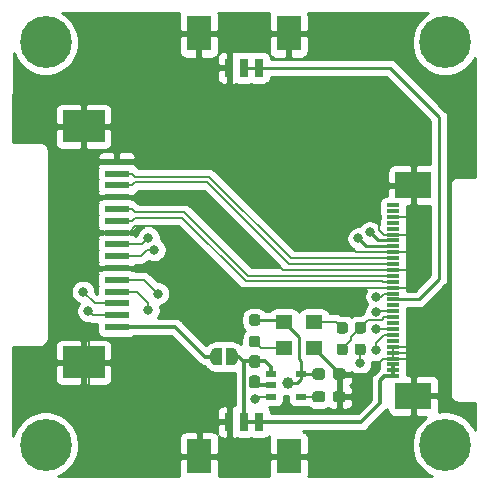
<source format=gbr>
%TF.GenerationSoftware,KiCad,Pcbnew,5.1.12-84ad8e8a86~92~ubuntu18.04.1*%
%TF.CreationDate,2023-09-10T20:05:29+07:00*%
%TF.ProjectId,RPi_FFC_15P-EYECLOUDAI_2MGSMOD_AR0234-ADAPTER,5250695f-4646-4435-9f31-35502d455945,rev?*%
%TF.SameCoordinates,Original*%
%TF.FileFunction,Copper,L1,Top*%
%TF.FilePolarity,Positive*%
%FSLAX46Y46*%
G04 Gerber Fmt 4.6, Leading zero omitted, Abs format (unit mm)*
G04 Created by KiCad (PCBNEW 5.1.12-84ad8e8a86~92~ubuntu18.04.1) date 2023-09-10 20:05:29*
%MOMM*%
%LPD*%
G01*
G04 APERTURE LIST*
%TA.AperFunction,SMDPad,CuDef*%
%ADD10R,2.000000X0.610000*%
%TD*%
%TA.AperFunction,SMDPad,CuDef*%
%ADD11R,3.600000X2.680000*%
%TD*%
%TA.AperFunction,SMDPad,CuDef*%
%ADD12R,1.100000X0.300000*%
%TD*%
%TA.AperFunction,SMDPad,CuDef*%
%ADD13R,3.100000X2.300000*%
%TD*%
%TA.AperFunction,SMDPad,CuDef*%
%ADD14R,1.400000X1.200000*%
%TD*%
%TA.AperFunction,SMDPad,CuDef*%
%ADD15R,0.952500X0.508000*%
%TD*%
%TA.AperFunction,SMDPad,CuDef*%
%ADD16R,2.100000X3.000000*%
%TD*%
%TA.AperFunction,SMDPad,CuDef*%
%ADD17R,0.800000X1.600000*%
%TD*%
%TA.AperFunction,SMDPad,CuDef*%
%ADD18C,0.100000*%
%TD*%
%TA.AperFunction,ComponentPad*%
%ADD19C,4.400000*%
%TD*%
%TA.AperFunction,ViaPad*%
%ADD20C,0.800000*%
%TD*%
%TA.AperFunction,ViaPad*%
%ADD21C,1.000000*%
%TD*%
%TA.AperFunction,Conductor*%
%ADD22C,0.200000*%
%TD*%
%TA.AperFunction,Conductor*%
%ADD23C,0.350000*%
%TD*%
%TA.AperFunction,Conductor*%
%ADD24C,0.300000*%
%TD*%
%TA.AperFunction,Conductor*%
%ADD25C,0.250000*%
%TD*%
%TA.AperFunction,Conductor*%
%ADD26C,0.254000*%
%TD*%
%TA.AperFunction,Conductor*%
%ADD27C,0.100000*%
%TD*%
G04 APERTURE END LIST*
D10*
%TO.P,J1,15*%
%TO.N,+3V3*%
X111099600Y-103520000D03*
%TO.P,J1,14*%
%TO.N,/I2C_SDA_1V8*%
X111099600Y-102520000D03*
%TO.P,J1,13*%
%TO.N,/I2C_SCL_1V8*%
X111099600Y-101520000D03*
%TO.P,J1,12*%
%TO.N,Net-(J1-Pad12)*%
X111099600Y-100520000D03*
%TO.P,J1,11*%
%TO.N,/CSI_PWDN_1V8*%
X111099600Y-99520000D03*
%TO.P,J1,10*%
%TO.N,GND*%
X111099600Y-98520000D03*
%TO.P,J1,9*%
%TO.N,/CSI_CLK_P*%
X111099600Y-97520000D03*
%TO.P,J1,8*%
%TO.N,/CSI_CLK_N*%
X111099600Y-96520000D03*
%TO.P,J1,7*%
%TO.N,GND*%
X111099600Y-95520000D03*
%TO.P,J1,1*%
X111099600Y-89520000D03*
%TO.P,J1,2*%
%TO.N,/CSI_D0_N*%
X111099600Y-90520000D03*
D11*
%TO.P,J1,S1*%
%TO.N,GND*%
X108299600Y-86530000D03*
%TO.P,J1,S2*%
X108299600Y-106510000D03*
D10*
%TO.P,J1,3*%
%TO.N,/CSI_D0_P*%
X111099600Y-91520000D03*
%TO.P,J1,6*%
%TO.N,/CSI_D1_P*%
X111099600Y-94520000D03*
%TO.P,J1,4*%
%TO.N,GND*%
X111099600Y-92520000D03*
%TO.P,J1,5*%
%TO.N,/CSI_D1_N*%
X111099600Y-93520000D03*
%TD*%
D12*
%TO.P,J2,30*%
%TO.N,/CSI_D3_N*%
X134518400Y-93181600D03*
%TO.P,J2,29*%
%TO.N,/CSI_D3_P*%
X134518400Y-93681600D03*
%TO.P,J2,28*%
%TO.N,GND*%
X134518400Y-94181600D03*
%TO.P,J2,27*%
%TO.N,/CSI_D2_N*%
X134518400Y-94681600D03*
%TO.P,J2,26*%
%TO.N,/CSI_D2_P*%
X134518400Y-95181600D03*
%TO.P,J2,25*%
%TO.N,GND*%
X134518400Y-95681600D03*
%TO.P,J2,24*%
%TO.N,/CSI_CLK_N*%
X134518400Y-96181600D03*
%TO.P,J2,23*%
%TO.N,/CSI_CLK_P*%
X134518400Y-96681600D03*
%TO.P,J2,22*%
%TO.N,GND*%
X134518400Y-97181600D03*
%TO.P,J2,21*%
%TO.N,/CSI_D0_N*%
X134518400Y-97681600D03*
%TO.P,J2,20*%
%TO.N,/CSI_D0_P*%
X134518400Y-98181600D03*
%TO.P,J2,19*%
%TO.N,GND*%
X134518400Y-98681600D03*
%TO.P,J2,18*%
%TO.N,/CSI_D1_N*%
X134518400Y-99181600D03*
%TO.P,J2,17*%
%TO.N,/CSI_D1_P*%
X134518400Y-99681600D03*
%TO.P,J2,16*%
%TO.N,GND*%
X134518400Y-100181600D03*
%TO.P,J2,15*%
%TO.N,/I2C_SDA_1V8*%
X134518400Y-100681600D03*
%TO.P,J2,14*%
%TO.N,/TRIGGER*%
X134518400Y-101181600D03*
%TO.P,J2,13*%
%TO.N,Net-(J2-Pad13)*%
X134518400Y-101681600D03*
%TO.P,J2,12*%
%TO.N,/CSI_PWDN_1V8*%
X134518400Y-102181600D03*
%TO.P,J2,11*%
%TO.N,/CSI_MCLK_1V8*%
X134518400Y-102681600D03*
%TO.P,J2,10*%
%TO.N,Net-(J2-Pad10)*%
X134518400Y-103181600D03*
%TO.P,J2,9*%
%TO.N,/I2C_SCL_1V8*%
X134518400Y-103681600D03*
%TO.P,J2,8*%
%TO.N,/CSI_nRST_1V8*%
X134518400Y-104181600D03*
%TO.P,J2,7*%
%TO.N,Net-(J2-Pad7)*%
X134518400Y-104681600D03*
D13*
%TO.P,J2,S1*%
%TO.N,GND*%
X136218400Y-109351600D03*
%TO.P,J2,S2*%
X136218400Y-91511600D03*
D12*
%TO.P,J2,6*%
X134518400Y-105181600D03*
%TO.P,J2,5*%
X134518400Y-105681600D03*
%TO.P,J2,4*%
X134518400Y-106181600D03*
%TO.P,J2,3*%
%TO.N,+5V*%
X134518400Y-106681600D03*
%TO.P,J2,2*%
X134518400Y-107181600D03*
%TO.P,J2,1*%
X134518400Y-107681600D03*
%TD*%
D14*
%TO.P,X1,4*%
%TO.N,+1V8*%
X125272800Y-103090800D03*
%TO.P,X1,3*%
%TO.N,Net-(R2-Pad2)*%
X127812800Y-103090800D03*
%TO.P,X1,2*%
%TO.N,GND*%
X127812800Y-105290800D03*
%TO.P,X1,1*%
%TO.N,Net-(R1-Pad1)*%
X125272800Y-105290800D03*
%TD*%
D15*
%TO.P,U1,5*%
%TO.N,+1V8*%
X126701550Y-107507999D03*
%TO.P,U1,4*%
%TO.N,Net-(C2-Pad1)*%
X126701550Y-109408001D03*
%TO.P,U1,3*%
%TO.N,/CSI_PWDN_1V8*%
X124148850Y-109408001D03*
%TO.P,U1,2*%
%TO.N,GND*%
X124148850Y-108458000D03*
%TO.P,U1,1*%
%TO.N,+5V*%
X124148850Y-107507999D03*
%TD*%
%TO.P,R3,2*%
%TO.N,Net-(J1-Pad12)*%
%TA.AperFunction,SMDPad,CuDef*%
G36*
G01*
X131486900Y-104920600D02*
X131961900Y-104920600D01*
G75*
G02*
X132199400Y-105158100I0J-237500D01*
G01*
X132199400Y-105658100D01*
G75*
G02*
X131961900Y-105895600I-237500J0D01*
G01*
X131486900Y-105895600D01*
G75*
G02*
X131249400Y-105658100I0J237500D01*
G01*
X131249400Y-105158100D01*
G75*
G02*
X131486900Y-104920600I237500J0D01*
G01*
G37*
%TD.AperFunction*%
%TO.P,R3,1*%
%TO.N,/CSI_MCLK_1V8*%
%TA.AperFunction,SMDPad,CuDef*%
G36*
G01*
X131486900Y-103095600D02*
X131961900Y-103095600D01*
G75*
G02*
X132199400Y-103333100I0J-237500D01*
G01*
X132199400Y-103833100D01*
G75*
G02*
X131961900Y-104070600I-237500J0D01*
G01*
X131486900Y-104070600D01*
G75*
G02*
X131249400Y-103833100I0J237500D01*
G01*
X131249400Y-103333100D01*
G75*
G02*
X131486900Y-103095600I237500J0D01*
G01*
G37*
%TD.AperFunction*%
%TD*%
%TO.P,R2,2*%
%TO.N,Net-(R2-Pad2)*%
%TA.AperFunction,SMDPad,CuDef*%
G36*
G01*
X130437900Y-104070600D02*
X129962900Y-104070600D01*
G75*
G02*
X129725400Y-103833100I0J237500D01*
G01*
X129725400Y-103333100D01*
G75*
G02*
X129962900Y-103095600I237500J0D01*
G01*
X130437900Y-103095600D01*
G75*
G02*
X130675400Y-103333100I0J-237500D01*
G01*
X130675400Y-103833100D01*
G75*
G02*
X130437900Y-104070600I-237500J0D01*
G01*
G37*
%TD.AperFunction*%
%TO.P,R2,1*%
%TO.N,/CSI_MCLK_1V8*%
%TA.AperFunction,SMDPad,CuDef*%
G36*
G01*
X130437900Y-105895600D02*
X129962900Y-105895600D01*
G75*
G02*
X129725400Y-105658100I0J237500D01*
G01*
X129725400Y-105158100D01*
G75*
G02*
X129962900Y-104920600I237500J0D01*
G01*
X130437900Y-104920600D01*
G75*
G02*
X130675400Y-105158100I0J-237500D01*
G01*
X130675400Y-105658100D01*
G75*
G02*
X130437900Y-105895600I-237500J0D01*
G01*
G37*
%TD.AperFunction*%
%TD*%
%TO.P,R1,2*%
%TO.N,+1V8*%
%TA.AperFunction,SMDPad,CuDef*%
G36*
G01*
X123021100Y-103410200D02*
X122546100Y-103410200D01*
G75*
G02*
X122308600Y-103172700I0J237500D01*
G01*
X122308600Y-102672700D01*
G75*
G02*
X122546100Y-102435200I237500J0D01*
G01*
X123021100Y-102435200D01*
G75*
G02*
X123258600Y-102672700I0J-237500D01*
G01*
X123258600Y-103172700D01*
G75*
G02*
X123021100Y-103410200I-237500J0D01*
G01*
G37*
%TD.AperFunction*%
%TO.P,R1,1*%
%TO.N,Net-(R1-Pad1)*%
%TA.AperFunction,SMDPad,CuDef*%
G36*
G01*
X123021100Y-105235200D02*
X122546100Y-105235200D01*
G75*
G02*
X122308600Y-104997700I0J237500D01*
G01*
X122308600Y-104497700D01*
G75*
G02*
X122546100Y-104260200I237500J0D01*
G01*
X123021100Y-104260200D01*
G75*
G02*
X123258600Y-104497700I0J-237500D01*
G01*
X123258600Y-104997700D01*
G75*
G02*
X123021100Y-105235200I-237500J0D01*
G01*
G37*
%TD.AperFunction*%
%TD*%
%TO.P,C3,2*%
%TO.N,GND*%
%TA.AperFunction,SMDPad,CuDef*%
G36*
G01*
X129407800Y-107730300D02*
X129407800Y-107255300D01*
G75*
G02*
X129645300Y-107017800I237500J0D01*
G01*
X130245300Y-107017800D01*
G75*
G02*
X130482800Y-107255300I0J-237500D01*
G01*
X130482800Y-107730300D01*
G75*
G02*
X130245300Y-107967800I-237500J0D01*
G01*
X129645300Y-107967800D01*
G75*
G02*
X129407800Y-107730300I0J237500D01*
G01*
G37*
%TD.AperFunction*%
%TO.P,C3,1*%
%TO.N,+1V8*%
%TA.AperFunction,SMDPad,CuDef*%
G36*
G01*
X127682800Y-107730300D02*
X127682800Y-107255300D01*
G75*
G02*
X127920300Y-107017800I237500J0D01*
G01*
X128520300Y-107017800D01*
G75*
G02*
X128757800Y-107255300I0J-237500D01*
G01*
X128757800Y-107730300D01*
G75*
G02*
X128520300Y-107967800I-237500J0D01*
G01*
X127920300Y-107967800D01*
G75*
G02*
X127682800Y-107730300I0J237500D01*
G01*
G37*
%TD.AperFunction*%
%TD*%
%TO.P,C2,2*%
%TO.N,GND*%
%TA.AperFunction,SMDPad,CuDef*%
G36*
G01*
X129407800Y-109660700D02*
X129407800Y-109185700D01*
G75*
G02*
X129645300Y-108948200I237500J0D01*
G01*
X130245300Y-108948200D01*
G75*
G02*
X130482800Y-109185700I0J-237500D01*
G01*
X130482800Y-109660700D01*
G75*
G02*
X130245300Y-109898200I-237500J0D01*
G01*
X129645300Y-109898200D01*
G75*
G02*
X129407800Y-109660700I0J237500D01*
G01*
G37*
%TD.AperFunction*%
%TO.P,C2,1*%
%TO.N,Net-(C2-Pad1)*%
%TA.AperFunction,SMDPad,CuDef*%
G36*
G01*
X127682800Y-109660700D02*
X127682800Y-109185700D01*
G75*
G02*
X127920300Y-108948200I237500J0D01*
G01*
X128520300Y-108948200D01*
G75*
G02*
X128757800Y-109185700I0J-237500D01*
G01*
X128757800Y-109660700D01*
G75*
G02*
X128520300Y-109898200I-237500J0D01*
G01*
X127920300Y-109898200D01*
G75*
G02*
X127682800Y-109660700I0J237500D01*
G01*
G37*
%TD.AperFunction*%
%TD*%
%TO.P,C1,2*%
%TO.N,GND*%
%TA.AperFunction,SMDPad,CuDef*%
G36*
G01*
X122546100Y-107614600D02*
X123021100Y-107614600D01*
G75*
G02*
X123258600Y-107852100I0J-237500D01*
G01*
X123258600Y-108452100D01*
G75*
G02*
X123021100Y-108689600I-237500J0D01*
G01*
X122546100Y-108689600D01*
G75*
G02*
X122308600Y-108452100I0J237500D01*
G01*
X122308600Y-107852100D01*
G75*
G02*
X122546100Y-107614600I237500J0D01*
G01*
G37*
%TD.AperFunction*%
%TO.P,C1,1*%
%TO.N,+5V*%
%TA.AperFunction,SMDPad,CuDef*%
G36*
G01*
X122546100Y-105889600D02*
X123021100Y-105889600D01*
G75*
G02*
X123258600Y-106127100I0J-237500D01*
G01*
X123258600Y-106727100D01*
G75*
G02*
X123021100Y-106964600I-237500J0D01*
G01*
X122546100Y-106964600D01*
G75*
G02*
X122308600Y-106727100I0J237500D01*
G01*
X122308600Y-106127100D01*
G75*
G02*
X122546100Y-105889600I237500J0D01*
G01*
G37*
%TD.AperFunction*%
%TD*%
D16*
%TO.P,P2,P2*%
%TO.N,GND*%
X125679200Y-114452400D03*
%TO.P,P2,P1*%
X118079200Y-114452400D03*
D17*
%TO.P,P2,3*%
%TO.N,+5V*%
X123129200Y-111552400D03*
%TO.P,P2,2*%
X121879200Y-111552400D03*
%TO.P,P2,1*%
%TO.N,GND*%
X120629200Y-111552400D03*
%TD*%
%TA.AperFunction,SMDPad,CuDef*%
D18*
%TO.P,JP1,2*%
%TO.N,+3V3*%
G36*
X119542800Y-106768998D02*
G01*
X119518266Y-106768998D01*
X119469435Y-106764188D01*
X119421310Y-106754616D01*
X119374355Y-106740372D01*
X119329022Y-106721595D01*
X119285749Y-106698464D01*
X119244950Y-106671204D01*
X119207021Y-106640076D01*
X119172324Y-106605379D01*
X119141196Y-106567450D01*
X119113936Y-106526651D01*
X119090805Y-106483378D01*
X119072028Y-106438045D01*
X119057784Y-106391090D01*
X119048212Y-106342965D01*
X119043402Y-106294134D01*
X119043402Y-106269600D01*
X119042800Y-106269600D01*
X119042800Y-105769600D01*
X119043402Y-105769600D01*
X119043402Y-105745066D01*
X119048212Y-105696235D01*
X119057784Y-105648110D01*
X119072028Y-105601155D01*
X119090805Y-105555822D01*
X119113936Y-105512549D01*
X119141196Y-105471750D01*
X119172324Y-105433821D01*
X119207021Y-105399124D01*
X119244950Y-105367996D01*
X119285749Y-105340736D01*
X119329022Y-105317605D01*
X119374355Y-105298828D01*
X119421310Y-105284584D01*
X119469435Y-105275012D01*
X119518266Y-105270202D01*
X119542800Y-105270202D01*
X119542800Y-105269600D01*
X120042800Y-105269600D01*
X120042800Y-106769600D01*
X119542800Y-106769600D01*
X119542800Y-106768998D01*
G37*
%TD.AperFunction*%
%TA.AperFunction,SMDPad,CuDef*%
%TO.P,JP1,1*%
%TO.N,+5V*%
G36*
X120342800Y-105269600D02*
G01*
X120842800Y-105269600D01*
X120842800Y-105270202D01*
X120867334Y-105270202D01*
X120916165Y-105275012D01*
X120964290Y-105284584D01*
X121011245Y-105298828D01*
X121056578Y-105317605D01*
X121099851Y-105340736D01*
X121140650Y-105367996D01*
X121178579Y-105399124D01*
X121213276Y-105433821D01*
X121244404Y-105471750D01*
X121271664Y-105512549D01*
X121294795Y-105555822D01*
X121313572Y-105601155D01*
X121327816Y-105648110D01*
X121337388Y-105696235D01*
X121342198Y-105745066D01*
X121342198Y-105769600D01*
X121342800Y-105769600D01*
X121342800Y-106269600D01*
X121342198Y-106269600D01*
X121342198Y-106294134D01*
X121337388Y-106342965D01*
X121327816Y-106391090D01*
X121313572Y-106438045D01*
X121294795Y-106483378D01*
X121271664Y-106526651D01*
X121244404Y-106567450D01*
X121213276Y-106605379D01*
X121178579Y-106640076D01*
X121140650Y-106671204D01*
X121099851Y-106698464D01*
X121056578Y-106721595D01*
X121011245Y-106740372D01*
X120964290Y-106754616D01*
X120916165Y-106764188D01*
X120867334Y-106768998D01*
X120842800Y-106768998D01*
X120842800Y-106769600D01*
X120342800Y-106769600D01*
X120342800Y-105269600D01*
G37*
%TD.AperFunction*%
%TD*%
D16*
%TO.P,P1,P2*%
%TO.N,GND*%
X118069200Y-78659400D03*
%TO.P,P1,P1*%
X125669200Y-78659400D03*
D17*
%TO.P,P1,3*%
X120619200Y-81559400D03*
%TO.P,P1,2*%
%TO.N,/TRIGGER*%
X121869200Y-81559400D03*
%TO.P,P1,1*%
X123119200Y-81559400D03*
%TD*%
D19*
%TO.P,H4,1*%
%TO.N,N/C*%
X138917680Y-79413100D03*
%TD*%
%TO.P,H3,1*%
%TO.N,N/C*%
X138917680Y-113489740D03*
%TD*%
%TO.P,H2,1*%
%TO.N,N/C*%
X105079800Y-113489740D03*
%TD*%
%TO.P,H1,1*%
%TO.N,N/C*%
X105079800Y-79413100D03*
%TD*%
D20*
%TO.N,GND*%
X108305600Y-106476800D03*
X108356400Y-86410800D03*
X125679200Y-78587600D03*
X117957600Y-78587600D03*
X118059200Y-114401600D03*
X125628400Y-114350800D03*
X136194800Y-109321600D03*
X136245600Y-91490800D03*
X122783600Y-108152100D03*
X127812800Y-105290800D03*
X136218400Y-94108800D03*
X136218400Y-95582000D03*
X136218400Y-97204000D03*
X136218400Y-98630000D03*
X136194800Y-100076000D03*
X136144000Y-102209600D03*
X136169600Y-105714800D03*
X108800900Y-92621100D03*
X108800900Y-95491300D03*
X117957600Y-100431600D03*
X115620800Y-102158800D03*
X115620800Y-104597200D03*
X125679200Y-84480400D03*
X118008400Y-84531200D03*
X117957600Y-97180400D03*
%TO.N,/CSI_nRST_1V8*%
X133096000Y-105460800D03*
%TO.N,/CSI_PWDN_1V8*%
X133096000Y-102209600D03*
X114604800Y-100685600D03*
X122783600Y-109626400D03*
%TO.N,/I2C_SDA_1V8*%
X108712000Y-102158800D03*
X133096000Y-100939600D03*
%TO.N,/I2C_SCL_1V8*%
X108254800Y-100533200D03*
X133096000Y-103682800D03*
%TO.N,/CSI_CLK_P*%
X114300000Y-96977200D03*
X131572000Y-96012000D03*
%TO.N,/CSI_CLK_N*%
X113792000Y-95961200D03*
X132537200Y-95504000D03*
D21*
%TO.N,+1V8*%
X125577600Y-108254800D03*
D20*
%TO.N,Net-(J1-Pad12)*%
X131724400Y-106578400D03*
X113792000Y-102108000D03*
%TD*%
D22*
%TO.N,GND*%
X117716800Y-92520000D02*
X110909100Y-92520000D01*
X134518400Y-100181600D02*
X120806400Y-100181600D01*
X120806400Y-100181600D02*
X115570000Y-94945200D01*
X112112400Y-95520002D02*
X110909100Y-95520002D01*
X112687202Y-94945200D02*
X112112400Y-95520002D01*
X115570000Y-94945200D02*
X112687202Y-94945200D01*
X108824001Y-89520001D02*
X108800900Y-89496900D01*
X110909100Y-89520001D02*
X108824001Y-89520001D01*
X108800900Y-89496900D02*
X108800900Y-88519000D01*
X108902000Y-92520000D02*
X108800900Y-92621100D01*
X110909100Y-92520000D02*
X108902000Y-92520000D01*
X108800900Y-92621100D02*
X108800900Y-89496900D01*
X108807001Y-98520001D02*
X108800900Y-98513900D01*
X110909100Y-98520001D02*
X108807001Y-98520001D01*
X108829602Y-95520002D02*
X108800900Y-95491300D01*
X110909100Y-95520002D02*
X108829602Y-95520002D01*
X108800900Y-95491300D02*
X108800900Y-92621100D01*
X108800900Y-98513900D02*
X108800900Y-95491300D01*
X120629200Y-111552400D02*
X109926800Y-111552400D01*
X108800900Y-110426500D02*
X108800900Y-104521000D01*
X109926800Y-111552400D02*
X108800900Y-110426500D01*
X134518400Y-105181600D02*
X134518400Y-106181600D01*
X128727200Y-96824800D02*
X131013200Y-96824800D01*
X131013200Y-96824800D02*
X131370000Y-97181600D01*
X131370000Y-97181600D02*
X134518400Y-97181600D01*
X121422401Y-89520001D02*
X128727200Y-96824800D01*
X136038400Y-100181600D02*
X134518400Y-100181600D01*
X136218400Y-100001600D02*
X136144000Y-100076000D01*
X134601600Y-98677200D02*
X136218400Y-98677200D01*
X134597200Y-98681600D02*
X134601600Y-98677200D01*
X134518400Y-98681600D02*
X134597200Y-98681600D01*
X136218400Y-98677200D02*
X136218400Y-100001600D01*
X136196000Y-97181600D02*
X136218400Y-97204000D01*
X134518400Y-97181600D02*
X136196000Y-97181600D01*
X136218400Y-97204000D02*
X136218400Y-97204000D01*
X136216400Y-95681600D02*
X136218400Y-95683600D01*
X134518400Y-95681600D02*
X136216400Y-95681600D01*
X136218400Y-95683600D02*
X136218400Y-97204000D01*
X136145600Y-94181600D02*
X136218400Y-94108800D01*
X134518400Y-94181600D02*
X136145600Y-94181600D01*
X136218400Y-94108800D02*
X136218400Y-95582000D01*
X136218400Y-91511600D02*
X136218400Y-94108800D01*
X133768400Y-95681600D02*
X133350000Y-95263200D01*
X134518400Y-95681600D02*
X133768400Y-95681600D01*
X133350000Y-95263200D02*
X133350000Y-94792800D01*
X133350000Y-94792800D02*
X124155200Y-85598000D01*
X124155200Y-85598000D02*
X121920000Y-85598000D01*
X120619200Y-84297200D02*
X120619200Y-81559400D01*
X121920000Y-85598000D02*
X120619200Y-84297200D01*
X134518400Y-105181600D02*
X136169600Y-105181600D01*
X136185200Y-106181600D02*
X136194800Y-106172000D01*
X134518400Y-106181600D02*
X136185200Y-106181600D01*
X136194800Y-106172000D02*
X136194800Y-109321600D01*
X136194800Y-105206800D02*
X136169600Y-105181600D01*
X136177200Y-105681600D02*
X136194800Y-105664000D01*
X134518400Y-105681600D02*
X136177200Y-105681600D01*
X136194800Y-105664000D02*
X136194800Y-105206800D01*
X136194800Y-106172000D02*
X136194800Y-105664000D01*
X134518400Y-106181600D02*
X133645200Y-106181600D01*
X132334000Y-107492800D02*
X129945300Y-107492800D01*
X133645200Y-106181600D02*
X132334000Y-107492800D01*
X129945300Y-107492800D02*
X129945300Y-109423200D01*
D23*
X129945300Y-107423300D02*
X127812800Y-105290800D01*
D22*
X129945300Y-107492800D02*
X129945300Y-107423300D01*
X123089500Y-108458000D02*
X122783600Y-108152100D01*
D23*
X124148850Y-108458000D02*
X123089500Y-108458000D01*
D22*
X127812800Y-105290800D02*
X127812800Y-105290800D01*
X122783600Y-108152100D02*
X122783600Y-108152100D01*
X124968000Y-98450400D02*
X125199200Y-98681600D01*
X123647200Y-98450400D02*
X124968000Y-98450400D01*
X134518400Y-98681600D02*
X125199200Y-98681600D01*
X123647200Y-98450400D02*
X117716800Y-92520000D01*
X136218400Y-94108800D02*
X136218400Y-94108800D01*
X136218400Y-95582000D02*
X136218400Y-95683600D01*
X136218400Y-97204000D02*
X136218400Y-98630000D01*
X136218400Y-98630000D02*
X136218400Y-98677200D01*
X136144000Y-100076000D02*
X136038400Y-100181600D01*
X136169600Y-105181600D02*
X136169600Y-105181600D01*
X108800900Y-92621100D02*
X108800900Y-92621100D01*
X108800900Y-95491300D02*
X108800900Y-95491300D01*
X108800900Y-104521000D02*
X108800900Y-104521000D01*
X108800900Y-88519000D02*
X108800900Y-88519000D01*
%TO.N,/CSI_nRST_1V8*%
X133096000Y-104854000D02*
X133096000Y-105460800D01*
X133768400Y-104181600D02*
X133096000Y-104854000D01*
X134518400Y-104181600D02*
X133768400Y-104181600D01*
%TO.N,/CSI_PWDN_1V8*%
X124148850Y-109408001D02*
X123001999Y-109408001D01*
X123001999Y-109408001D02*
X122783600Y-109626400D01*
X122783600Y-109626400D02*
X122783600Y-109626400D01*
X133124000Y-102181600D02*
X133096000Y-102209600D01*
X134518400Y-102181600D02*
X133124000Y-102181600D01*
X114604800Y-100685600D02*
X113439202Y-99520002D01*
X111099602Y-99520002D02*
X111099600Y-99520000D01*
X113439202Y-99520002D02*
X111099602Y-99520002D01*
D24*
%TO.N,+5V*%
X134518400Y-107681600D02*
X134518400Y-107181600D01*
X134518400Y-107181600D02*
X134518400Y-106681600D01*
X121869200Y-111542400D02*
X121879200Y-111552400D01*
X120842800Y-106019600D02*
X121462800Y-106019600D01*
X121879200Y-106436000D02*
X121879200Y-111552400D01*
X121462800Y-106019600D02*
X121879200Y-106436000D01*
X123129200Y-111552400D02*
X121879200Y-111552400D01*
X124148850Y-107507999D02*
X124148850Y-106927650D01*
X123648300Y-106427100D02*
X122783600Y-106427100D01*
X124148850Y-106927650D02*
X123648300Y-106427100D01*
X121888100Y-106427100D02*
X121879200Y-106436000D01*
X122783600Y-106427100D02*
X121888100Y-106427100D01*
X123129200Y-111552400D02*
X131830400Y-111552400D01*
X131830400Y-111552400D02*
X133400800Y-109982000D01*
X133400800Y-109982000D02*
X133400800Y-108051600D01*
X133770800Y-107681600D02*
X134518400Y-107681600D01*
X133400800Y-108051600D02*
X133770800Y-107681600D01*
D25*
%TO.N,/TRIGGER*%
X121869200Y-81559400D02*
X123119200Y-81559400D01*
X123119200Y-81559400D02*
X134239000Y-81559400D01*
X134239000Y-81559400D02*
X138430000Y-85750400D01*
X138430000Y-85750400D02*
X138430000Y-99415600D01*
X136664000Y-101181600D02*
X134518400Y-101181600D01*
X138430000Y-99415600D02*
X136664000Y-101181600D01*
D22*
%TO.N,/CSI_MCLK_1V8*%
X131724400Y-103583100D02*
X131722500Y-103583100D01*
X131722500Y-103583100D02*
X130962400Y-104343200D01*
X130200400Y-105408100D02*
X130202300Y-105408100D01*
X130962400Y-104648000D02*
X130962400Y-104343200D01*
X130202300Y-105408100D02*
X130962400Y-104648000D01*
X134300400Y-102681600D02*
X134250401Y-102731599D01*
X134518400Y-102681600D02*
X134300400Y-102681600D01*
X133778398Y-102681600D02*
X134518400Y-102681600D01*
X133527999Y-102931999D02*
X133778398Y-102681600D01*
X132375501Y-102931999D02*
X133527999Y-102931999D01*
X131724400Y-103583100D02*
X132375501Y-102931999D01*
%TO.N,/I2C_SDA_1V8*%
X133768400Y-100681600D02*
X133510400Y-100939600D01*
X134518400Y-100681600D02*
X133768400Y-100681600D01*
X133510400Y-100939600D02*
X133096000Y-100939600D01*
X109073201Y-102520001D02*
X108712000Y-102158800D01*
X109899600Y-102520000D02*
X111099600Y-102520000D01*
X109073201Y-102520001D02*
X109899600Y-102520000D01*
%TO.N,/I2C_SCL_1V8*%
X109241600Y-101520000D02*
X108254800Y-100533200D01*
X133097200Y-103681600D02*
X133096000Y-103682800D01*
X134518400Y-103681600D02*
X133097200Y-103681600D01*
X109241600Y-101520000D02*
X111099600Y-101520000D01*
D24*
%TO.N,+3V3*%
X119542800Y-106019600D02*
X118567200Y-106019600D01*
X118567200Y-106019600D02*
X116067601Y-103520001D01*
X112399600Y-103520000D02*
X111099600Y-103520000D01*
X116067601Y-103520001D02*
X112399600Y-103520000D01*
D25*
%TO.N,/CSI_CLK_P*%
X134518400Y-96681600D02*
X132241600Y-96681600D01*
X132241600Y-96681600D02*
X131572000Y-96012000D01*
X131572000Y-96012000D02*
X131572000Y-96012000D01*
D22*
X113690400Y-96977200D02*
X114300000Y-96977200D01*
X113147599Y-97520001D02*
X113690400Y-96977200D01*
X112299600Y-97520000D02*
X111099600Y-97520000D01*
X113147599Y-97520001D02*
X112299600Y-97520000D01*
D25*
%TO.N,/CSI_CLK_N*%
X113792000Y-95961200D02*
X113792000Y-95961200D01*
X134518400Y-96181600D02*
X133214800Y-96181600D01*
X133214800Y-96181600D02*
X132537200Y-95504000D01*
X132537200Y-95504000D02*
X132537200Y-95504000D01*
D22*
X113233200Y-96520000D02*
X110909100Y-96520000D01*
X113792000Y-95961200D02*
X113233200Y-96520000D01*
%TO.N,/CSI_D1_P*%
X112414051Y-94520001D02*
X112689051Y-94245001D01*
X133693399Y-99681600D02*
X134518400Y-99681600D01*
X122046000Y-99656600D02*
X133668399Y-99656600D01*
X133668399Y-99656600D02*
X133693399Y-99681600D01*
X116634401Y-94245001D02*
X122046000Y-99656600D01*
X112689051Y-94245001D02*
X116634401Y-94245001D01*
X112299600Y-94520000D02*
X111099600Y-94520000D01*
X112414051Y-94520001D02*
X112299600Y-94520000D01*
%TO.N,/CSI_D1_N*%
X112689051Y-93795001D02*
X116820801Y-93795001D01*
X133693399Y-99181600D02*
X134518400Y-99181600D01*
X112414051Y-93520001D02*
X112689051Y-93795001D01*
X122232400Y-99206600D02*
X133668399Y-99206600D01*
X116820801Y-93795001D02*
X122232400Y-99206600D01*
X133668399Y-99206600D02*
X133693399Y-99181600D01*
X112299600Y-93520000D02*
X111099600Y-93520000D01*
X112414051Y-93520001D02*
X112299600Y-93520000D01*
%TO.N,/CSI_D0_P*%
X133693399Y-98181600D02*
X134518400Y-98181600D01*
X133668399Y-98156600D02*
X133693399Y-98181600D01*
X118765201Y-91245001D02*
X125676800Y-98156600D01*
X125676800Y-98156600D02*
X133668399Y-98156600D01*
X112689050Y-91245001D02*
X118765201Y-91245001D01*
X112414051Y-91520000D02*
X112689050Y-91245001D01*
X112414051Y-91520000D02*
X111099600Y-91520000D01*
%TO.N,/CSI_D0_N*%
X125863200Y-97706600D02*
X133668399Y-97706600D01*
X112689050Y-90795001D02*
X118951601Y-90795001D01*
X118951601Y-90795001D02*
X125863200Y-97706600D01*
X112414051Y-90520002D02*
X112689050Y-90795001D01*
X133668399Y-97706600D02*
X133693399Y-97681600D01*
X133693399Y-97681600D02*
X134518400Y-97681600D01*
X111099602Y-90520002D02*
X111099600Y-90520000D01*
X112414051Y-90520002D02*
X111099602Y-90520002D01*
%TO.N,Net-(C2-Pad1)*%
X128205101Y-109408001D02*
X128220300Y-109423200D01*
X126701550Y-109408001D02*
X128205101Y-109408001D01*
D25*
%TO.N,+1V8*%
X125272800Y-103405798D02*
X125272800Y-103090800D01*
X125104700Y-102922700D02*
X125272800Y-103090800D01*
X122783600Y-102922700D02*
X125104700Y-102922700D01*
X125272800Y-103090800D02*
X126542800Y-104360800D01*
X126542800Y-104360800D02*
X126542800Y-106222800D01*
X126701550Y-106381550D02*
X126701550Y-107507999D01*
X126542800Y-106222800D02*
X126701550Y-106381550D01*
X128205101Y-107507999D02*
X128220300Y-107492800D01*
X126701550Y-107507999D02*
X128205101Y-107507999D01*
X126701550Y-107507999D02*
X126701550Y-107892850D01*
X126339600Y-108254800D02*
X125577600Y-108254800D01*
X126701550Y-107892850D02*
X126339600Y-108254800D01*
D22*
%TO.N,Net-(J1-Pad12)*%
X131724400Y-105408100D02*
X131724400Y-106578400D01*
X113792000Y-101498400D02*
X113792000Y-102108000D01*
X112813602Y-100520002D02*
X113792000Y-101498400D01*
X111099602Y-100520002D02*
X111099600Y-100520000D01*
X112813602Y-100520002D02*
X111099602Y-100520002D01*
%TO.N,Net-(R1-Pad1)*%
X123326700Y-105290800D02*
X122783600Y-104747700D01*
X125272800Y-105290800D02*
X123326700Y-105290800D01*
%TO.N,Net-(R2-Pad2)*%
X129708100Y-103090800D02*
X130200400Y-103583100D01*
X127812800Y-103090800D02*
X129708100Y-103090800D01*
%TD*%
D26*
%TO.N,GND*%
X116419220Y-76949762D02*
X116393388Y-77034918D01*
X116381128Y-77159400D01*
X116384200Y-78373650D01*
X116542950Y-78532400D01*
X117942200Y-78532400D01*
X117942200Y-78512400D01*
X118196200Y-78512400D01*
X118196200Y-78532400D01*
X119595450Y-78532400D01*
X119754200Y-78373650D01*
X119757272Y-77159400D01*
X119745012Y-77034918D01*
X119719255Y-76950007D01*
X124019048Y-76950327D01*
X123993388Y-77034918D01*
X123981128Y-77159400D01*
X123984200Y-78373650D01*
X124142950Y-78532400D01*
X125542200Y-78532400D01*
X125542200Y-78512400D01*
X125796200Y-78512400D01*
X125796200Y-78532400D01*
X127195450Y-78532400D01*
X127354200Y-78373650D01*
X127357272Y-77159400D01*
X127345012Y-77034918D01*
X127319426Y-76950572D01*
X137499115Y-76951330D01*
X137110473Y-77211012D01*
X136715592Y-77605893D01*
X136405336Y-78070224D01*
X136191628Y-78586161D01*
X136082680Y-79133877D01*
X136082680Y-79692323D01*
X136191628Y-80240039D01*
X136405336Y-80755976D01*
X136715592Y-81220307D01*
X137110473Y-81615188D01*
X137574804Y-81925444D01*
X138090741Y-82139152D01*
X138638457Y-82248100D01*
X139196903Y-82248100D01*
X139744619Y-82139152D01*
X140260556Y-81925444D01*
X140724887Y-81615188D01*
X141119768Y-81220307D01*
X141430024Y-80755976D01*
X141453001Y-80700505D01*
X141453000Y-90780000D01*
X139986419Y-90780000D01*
X139954000Y-90776807D01*
X139824617Y-90789550D01*
X139700207Y-90827290D01*
X139585550Y-90888575D01*
X139485052Y-90971052D01*
X139402575Y-91071550D01*
X139341290Y-91186207D01*
X139303550Y-91310617D01*
X139290807Y-91440000D01*
X139294000Y-91472418D01*
X139294001Y-109212971D01*
X139290807Y-109245400D01*
X139303550Y-109374783D01*
X139341290Y-109499193D01*
X139402575Y-109613850D01*
X139485052Y-109714348D01*
X139585550Y-109796825D01*
X139700207Y-109858110D01*
X139824617Y-109895850D01*
X139921581Y-109905400D01*
X139954000Y-109908593D01*
X139986419Y-109905400D01*
X141453000Y-109905400D01*
X141453001Y-112202335D01*
X141430024Y-112146864D01*
X141119768Y-111682533D01*
X140724887Y-111287652D01*
X140260556Y-110977396D01*
X139744619Y-110763688D01*
X139196903Y-110654740D01*
X138638457Y-110654740D01*
X138369276Y-110708284D01*
X138394212Y-110626082D01*
X138406472Y-110501600D01*
X138403400Y-109637350D01*
X138244650Y-109478600D01*
X136345400Y-109478600D01*
X136345400Y-110977850D01*
X136504150Y-111136600D01*
X137333522Y-111138615D01*
X137110473Y-111287652D01*
X136715592Y-111682533D01*
X136405336Y-112146864D01*
X136191628Y-112662801D01*
X136082680Y-113210517D01*
X136082680Y-113768963D01*
X136191628Y-114316679D01*
X136405336Y-114832616D01*
X136715592Y-115296947D01*
X137110473Y-115691828D01*
X137574804Y-116002084D01*
X137844721Y-116113887D01*
X127344025Y-116113101D01*
X127355012Y-116076882D01*
X127367272Y-115952400D01*
X127364200Y-114738150D01*
X127205450Y-114579400D01*
X125806200Y-114579400D01*
X125806200Y-114599400D01*
X125552200Y-114599400D01*
X125552200Y-114579400D01*
X124152950Y-114579400D01*
X123994200Y-114738150D01*
X123991128Y-115952400D01*
X124003388Y-116076882D01*
X124014299Y-116112852D01*
X119744198Y-116112533D01*
X119755012Y-116076882D01*
X119767272Y-115952400D01*
X119764200Y-114738150D01*
X119605450Y-114579400D01*
X118206200Y-114579400D01*
X118206200Y-114599400D01*
X117952200Y-114599400D01*
X117952200Y-114579400D01*
X116552950Y-114579400D01*
X116394200Y-114738150D01*
X116391128Y-115952400D01*
X116403388Y-116076882D01*
X116414127Y-116112283D01*
X106158484Y-116111516D01*
X106422676Y-116002084D01*
X106887007Y-115691828D01*
X107281888Y-115296947D01*
X107592144Y-114832616D01*
X107805852Y-114316679D01*
X107914800Y-113768963D01*
X107914800Y-113210517D01*
X107863458Y-112952400D01*
X116391128Y-112952400D01*
X116394200Y-114166650D01*
X116552950Y-114325400D01*
X117952200Y-114325400D01*
X117952200Y-112476150D01*
X118206200Y-112476150D01*
X118206200Y-114325400D01*
X119605450Y-114325400D01*
X119764200Y-114166650D01*
X119767272Y-112952400D01*
X119755012Y-112827918D01*
X119729814Y-112744852D01*
X119778015Y-112803585D01*
X119874706Y-112882937D01*
X119985020Y-112941902D01*
X120104718Y-112978212D01*
X120229200Y-112990472D01*
X120343450Y-112987400D01*
X120502200Y-112828650D01*
X120502200Y-111679400D01*
X119752950Y-111679400D01*
X119594200Y-111838150D01*
X119591128Y-112352400D01*
X119603388Y-112476882D01*
X119628586Y-112559948D01*
X119580385Y-112501215D01*
X119483694Y-112421863D01*
X119373380Y-112362898D01*
X119253682Y-112326588D01*
X119129200Y-112314328D01*
X118364950Y-112317400D01*
X118206200Y-112476150D01*
X117952200Y-112476150D01*
X117793450Y-112317400D01*
X117029200Y-112314328D01*
X116904718Y-112326588D01*
X116785020Y-112362898D01*
X116674706Y-112421863D01*
X116578015Y-112501215D01*
X116498663Y-112597906D01*
X116439698Y-112708220D01*
X116403388Y-112827918D01*
X116391128Y-112952400D01*
X107863458Y-112952400D01*
X107805852Y-112662801D01*
X107592144Y-112146864D01*
X107281888Y-111682533D01*
X106887007Y-111287652D01*
X106422676Y-110977396D01*
X105906739Y-110763688D01*
X105849991Y-110752400D01*
X119591128Y-110752400D01*
X119594200Y-111266650D01*
X119752950Y-111425400D01*
X120502200Y-111425400D01*
X120502200Y-110276150D01*
X120343450Y-110117400D01*
X120229200Y-110114328D01*
X120104718Y-110126588D01*
X119985020Y-110162898D01*
X119874706Y-110221863D01*
X119778015Y-110301215D01*
X119698663Y-110397906D01*
X119639698Y-110508220D01*
X119603388Y-110627918D01*
X119591128Y-110752400D01*
X105849991Y-110752400D01*
X105359023Y-110654740D01*
X104800577Y-110654740D01*
X104252861Y-110763688D01*
X103736924Y-110977396D01*
X103272593Y-111287652D01*
X102877712Y-111682533D01*
X102567456Y-112146864D01*
X102353748Y-112662801D01*
X102338491Y-112739504D01*
X102352240Y-107850000D01*
X105861528Y-107850000D01*
X105873788Y-107974482D01*
X105910098Y-108094180D01*
X105969063Y-108204494D01*
X106048415Y-108301185D01*
X106145106Y-108380537D01*
X106255420Y-108439502D01*
X106375118Y-108475812D01*
X106499600Y-108488072D01*
X108013850Y-108485000D01*
X108172600Y-108326250D01*
X108172600Y-106637000D01*
X108426600Y-106637000D01*
X108426600Y-108326250D01*
X108585350Y-108485000D01*
X110099600Y-108488072D01*
X110224082Y-108475812D01*
X110343780Y-108439502D01*
X110454094Y-108380537D01*
X110550785Y-108301185D01*
X110630137Y-108204494D01*
X110689102Y-108094180D01*
X110725412Y-107974482D01*
X110737672Y-107850000D01*
X110734600Y-106795750D01*
X110575850Y-106637000D01*
X108426600Y-106637000D01*
X108172600Y-106637000D01*
X106023350Y-106637000D01*
X105864600Y-106795750D01*
X105861528Y-107850000D01*
X102352240Y-107850000D01*
X102359746Y-105181000D01*
X104640981Y-105181000D01*
X104673400Y-105184193D01*
X104705819Y-105181000D01*
X104802783Y-105171450D01*
X104807562Y-105170000D01*
X105861528Y-105170000D01*
X105864600Y-106224250D01*
X106023350Y-106383000D01*
X108172600Y-106383000D01*
X108172600Y-104693750D01*
X108426600Y-104693750D01*
X108426600Y-106383000D01*
X110575850Y-106383000D01*
X110734600Y-106224250D01*
X110737672Y-105170000D01*
X110725412Y-105045518D01*
X110689102Y-104925820D01*
X110630137Y-104815506D01*
X110550785Y-104718815D01*
X110454094Y-104639463D01*
X110343780Y-104580498D01*
X110224082Y-104544188D01*
X110099600Y-104531928D01*
X108585350Y-104535000D01*
X108426600Y-104693750D01*
X108172600Y-104693750D01*
X108013850Y-104535000D01*
X106499600Y-104531928D01*
X106375118Y-104544188D01*
X106255420Y-104580498D01*
X106145106Y-104639463D01*
X106048415Y-104718815D01*
X105969063Y-104815506D01*
X105910098Y-104925820D01*
X105873788Y-105045518D01*
X105861528Y-105170000D01*
X104807562Y-105170000D01*
X104927193Y-105133710D01*
X105041850Y-105072425D01*
X105142348Y-104989948D01*
X105224825Y-104889450D01*
X105286110Y-104774793D01*
X105323850Y-104650383D01*
X105336593Y-104521000D01*
X105333400Y-104488581D01*
X105333400Y-100431261D01*
X107219800Y-100431261D01*
X107219800Y-100635139D01*
X107259574Y-100835098D01*
X107337595Y-101023456D01*
X107450863Y-101192974D01*
X107595026Y-101337137D01*
X107764544Y-101450405D01*
X107902397Y-101507506D01*
X107794795Y-101668544D01*
X107716774Y-101856902D01*
X107677000Y-102056861D01*
X107677000Y-102260739D01*
X107716774Y-102460698D01*
X107794795Y-102649056D01*
X107908063Y-102818574D01*
X108052226Y-102962737D01*
X108221744Y-103076005D01*
X108410102Y-103154026D01*
X108610061Y-103193800D01*
X108774595Y-103193800D01*
X108790569Y-103202338D01*
X108929117Y-103244366D01*
X109037097Y-103255001D01*
X109037105Y-103255001D01*
X109073200Y-103258556D01*
X109109296Y-103255001D01*
X109461528Y-103255000D01*
X109461528Y-103825000D01*
X109473788Y-103949482D01*
X109510098Y-104069180D01*
X109569063Y-104179494D01*
X109648415Y-104276185D01*
X109745106Y-104355537D01*
X109855420Y-104414502D01*
X109975118Y-104450812D01*
X110099600Y-104463072D01*
X112099600Y-104463072D01*
X112224082Y-104450812D01*
X112343780Y-104414502D01*
X112454094Y-104355537D01*
X112515675Y-104304999D01*
X115742444Y-104305001D01*
X117984853Y-106547410D01*
X118009436Y-106577364D01*
X118128967Y-106675462D01*
X118229056Y-106728960D01*
X118265340Y-106748354D01*
X118413313Y-106793242D01*
X118488226Y-106800620D01*
X118528639Y-106804600D01*
X118528644Y-106804600D01*
X118542532Y-106805968D01*
X118571302Y-106859792D01*
X118625758Y-106941291D01*
X118705110Y-107037982D01*
X118774418Y-107107290D01*
X118871109Y-107186642D01*
X118952608Y-107241098D01*
X119062925Y-107300064D01*
X119153481Y-107337573D01*
X119273177Y-107373882D01*
X119369310Y-107393004D01*
X119493791Y-107405264D01*
X119518350Y-107405264D01*
X119542800Y-107407672D01*
X120042800Y-107407672D01*
X120167282Y-107395412D01*
X120192800Y-107387671D01*
X120218318Y-107395412D01*
X120342800Y-107407672D01*
X120842800Y-107407672D01*
X120867250Y-107405264D01*
X120891809Y-107405264D01*
X121016290Y-107393004D01*
X121094200Y-107377507D01*
X121094201Y-110120730D01*
X121029200Y-110114328D01*
X120914950Y-110117400D01*
X120756200Y-110276150D01*
X120756200Y-111425400D01*
X120776200Y-111425400D01*
X120776200Y-111679400D01*
X120756200Y-111679400D01*
X120756200Y-112828650D01*
X120914950Y-112987400D01*
X121029200Y-112990472D01*
X121153682Y-112978212D01*
X121254200Y-112947720D01*
X121354718Y-112978212D01*
X121479200Y-112990472D01*
X122279200Y-112990472D01*
X122403682Y-112978212D01*
X122504200Y-112947720D01*
X122604718Y-112978212D01*
X122729200Y-112990472D01*
X123529200Y-112990472D01*
X123653682Y-112978212D01*
X123773380Y-112941902D01*
X123883694Y-112882937D01*
X123980385Y-112803585D01*
X124028586Y-112744852D01*
X124003388Y-112827918D01*
X123991128Y-112952400D01*
X123994200Y-114166650D01*
X124152950Y-114325400D01*
X125552200Y-114325400D01*
X125552200Y-114305400D01*
X125806200Y-114305400D01*
X125806200Y-114325400D01*
X127205450Y-114325400D01*
X127364200Y-114166650D01*
X127367272Y-112952400D01*
X127355012Y-112827918D01*
X127318702Y-112708220D01*
X127259737Y-112597906D01*
X127180385Y-112501215D01*
X127083694Y-112421863D01*
X126973380Y-112362898D01*
X126889324Y-112337400D01*
X131791847Y-112337400D01*
X131830400Y-112341197D01*
X131868953Y-112337400D01*
X131868961Y-112337400D01*
X131984287Y-112326041D01*
X132132260Y-112281154D01*
X132268633Y-112208262D01*
X132388164Y-112110164D01*
X132412747Y-112080210D01*
X133928617Y-110564341D01*
X133958564Y-110539764D01*
X134030504Y-110452106D01*
X134030328Y-110501600D01*
X134042588Y-110626082D01*
X134078898Y-110745780D01*
X134137863Y-110856094D01*
X134217215Y-110952785D01*
X134313906Y-111032137D01*
X134424220Y-111091102D01*
X134543918Y-111127412D01*
X134668400Y-111139672D01*
X135932650Y-111136600D01*
X136091400Y-110977850D01*
X136091400Y-109478600D01*
X136071400Y-109478600D01*
X136071400Y-109224600D01*
X136091400Y-109224600D01*
X136091400Y-107725350D01*
X136345400Y-107725350D01*
X136345400Y-109224600D01*
X138244650Y-109224600D01*
X138403400Y-109065850D01*
X138406472Y-108201600D01*
X138394212Y-108077118D01*
X138357902Y-107957420D01*
X138298937Y-107847106D01*
X138219585Y-107750415D01*
X138122894Y-107671063D01*
X138012580Y-107612098D01*
X137892882Y-107575788D01*
X137768400Y-107563528D01*
X136504150Y-107566600D01*
X136345400Y-107725350D01*
X136091400Y-107725350D01*
X135932650Y-107566600D01*
X135706472Y-107566050D01*
X135706472Y-107531600D01*
X135696623Y-107431600D01*
X135706472Y-107331600D01*
X135706472Y-107031600D01*
X135696623Y-106931600D01*
X135706472Y-106831600D01*
X135706472Y-106531600D01*
X135696245Y-106427759D01*
X135703400Y-106363350D01*
X135671153Y-106331103D01*
X135657902Y-106287420D01*
X135600810Y-106180611D01*
X135653335Y-106086525D01*
X135670837Y-106032413D01*
X135703400Y-105999850D01*
X135695818Y-105931600D01*
X135703400Y-105863350D01*
X135670837Y-105830787D01*
X135653335Y-105776675D01*
X135600258Y-105681600D01*
X135653335Y-105586525D01*
X135670837Y-105532413D01*
X135703400Y-105499850D01*
X135695818Y-105431600D01*
X135703400Y-105363350D01*
X135670837Y-105330787D01*
X135653335Y-105276675D01*
X135600810Y-105182589D01*
X135657902Y-105075780D01*
X135671153Y-105032097D01*
X135703400Y-104999850D01*
X135696245Y-104935441D01*
X135706472Y-104831600D01*
X135706472Y-104531600D01*
X135696623Y-104431600D01*
X135706472Y-104331600D01*
X135706472Y-104031600D01*
X135696623Y-103931600D01*
X135706472Y-103831600D01*
X135706472Y-103531600D01*
X135696623Y-103431600D01*
X135706472Y-103331600D01*
X135706472Y-103031600D01*
X135696623Y-102931600D01*
X135706472Y-102831600D01*
X135706472Y-102531600D01*
X135696623Y-102431600D01*
X135706472Y-102331600D01*
X135706472Y-102031600D01*
X135697608Y-101941600D01*
X136626678Y-101941600D01*
X136664000Y-101945276D01*
X136701322Y-101941600D01*
X136701333Y-101941600D01*
X136812986Y-101930603D01*
X136956247Y-101887146D01*
X137088276Y-101816574D01*
X137204001Y-101721601D01*
X137227804Y-101692597D01*
X138941003Y-99979399D01*
X138970001Y-99955601D01*
X139010736Y-99905965D01*
X139064974Y-99839877D01*
X139135546Y-99707847D01*
X139140846Y-99690374D01*
X139179003Y-99564586D01*
X139190000Y-99452933D01*
X139190000Y-99452924D01*
X139193676Y-99415601D01*
X139190000Y-99378278D01*
X139190000Y-85787722D01*
X139193676Y-85750399D01*
X139190000Y-85713076D01*
X139190000Y-85713067D01*
X139179003Y-85601414D01*
X139135546Y-85458153D01*
X139064975Y-85326125D01*
X139064974Y-85326123D01*
X138993799Y-85239397D01*
X138970001Y-85210399D01*
X138941004Y-85186602D01*
X134802804Y-81048403D01*
X134779001Y-81019399D01*
X134663276Y-80924426D01*
X134531247Y-80853854D01*
X134387986Y-80810397D01*
X134276333Y-80799400D01*
X134276322Y-80799400D01*
X134239000Y-80795724D01*
X134201678Y-80799400D01*
X124157272Y-80799400D01*
X124157272Y-80759400D01*
X124145012Y-80634918D01*
X124119814Y-80551852D01*
X124168015Y-80610585D01*
X124264706Y-80689937D01*
X124375020Y-80748902D01*
X124494718Y-80785212D01*
X124619200Y-80797472D01*
X125383450Y-80794400D01*
X125542200Y-80635650D01*
X125542200Y-78786400D01*
X125796200Y-78786400D01*
X125796200Y-80635650D01*
X125954950Y-80794400D01*
X126719200Y-80797472D01*
X126843682Y-80785212D01*
X126963380Y-80748902D01*
X127073694Y-80689937D01*
X127170385Y-80610585D01*
X127249737Y-80513894D01*
X127308702Y-80403580D01*
X127345012Y-80283882D01*
X127357272Y-80159400D01*
X127354200Y-78945150D01*
X127195450Y-78786400D01*
X125796200Y-78786400D01*
X125542200Y-78786400D01*
X124142950Y-78786400D01*
X123984200Y-78945150D01*
X123981128Y-80159400D01*
X123993388Y-80283882D01*
X124018586Y-80366948D01*
X123970385Y-80308215D01*
X123873694Y-80228863D01*
X123763380Y-80169898D01*
X123643682Y-80133588D01*
X123519200Y-80121328D01*
X122719200Y-80121328D01*
X122594718Y-80133588D01*
X122494200Y-80164080D01*
X122393682Y-80133588D01*
X122269200Y-80121328D01*
X121469200Y-80121328D01*
X121344718Y-80133588D01*
X121244200Y-80164080D01*
X121143682Y-80133588D01*
X121019200Y-80121328D01*
X120904950Y-80124400D01*
X120746200Y-80283150D01*
X120746200Y-81432400D01*
X120766200Y-81432400D01*
X120766200Y-81686400D01*
X120746200Y-81686400D01*
X120746200Y-82835650D01*
X120904950Y-82994400D01*
X121019200Y-82997472D01*
X121143682Y-82985212D01*
X121244200Y-82954720D01*
X121344718Y-82985212D01*
X121469200Y-82997472D01*
X122269200Y-82997472D01*
X122393682Y-82985212D01*
X122494200Y-82954720D01*
X122594718Y-82985212D01*
X122719200Y-82997472D01*
X123519200Y-82997472D01*
X123643682Y-82985212D01*
X123763380Y-82948902D01*
X123873694Y-82889937D01*
X123970385Y-82810585D01*
X124049737Y-82713894D01*
X124108702Y-82603580D01*
X124145012Y-82483882D01*
X124157272Y-82359400D01*
X124157272Y-82319400D01*
X133924199Y-82319400D01*
X137670000Y-86065202D01*
X137670000Y-89723767D01*
X136504150Y-89726600D01*
X136345400Y-89885350D01*
X136345400Y-91384600D01*
X136365400Y-91384600D01*
X136365400Y-91638600D01*
X136345400Y-91638600D01*
X136345400Y-93137850D01*
X136504150Y-93296600D01*
X137670001Y-93299433D01*
X137670001Y-99100797D01*
X136349199Y-100421600D01*
X135696929Y-100421600D01*
X135703400Y-100363350D01*
X135671153Y-100331103D01*
X135657902Y-100287420D01*
X135601339Y-100181600D01*
X135657902Y-100075780D01*
X135671153Y-100032097D01*
X135703400Y-99999850D01*
X135696245Y-99935441D01*
X135706472Y-99831600D01*
X135706472Y-99531600D01*
X135696623Y-99431600D01*
X135706472Y-99331600D01*
X135706472Y-99031600D01*
X135696245Y-98927759D01*
X135703400Y-98863350D01*
X135671153Y-98831103D01*
X135657902Y-98787420D01*
X135601339Y-98681600D01*
X135657902Y-98575780D01*
X135671153Y-98532097D01*
X135703400Y-98499850D01*
X135696245Y-98435441D01*
X135706472Y-98331600D01*
X135706472Y-98031600D01*
X135696623Y-97931600D01*
X135706472Y-97831600D01*
X135706472Y-97531600D01*
X135696245Y-97427759D01*
X135703400Y-97363350D01*
X135671153Y-97331103D01*
X135657902Y-97287420D01*
X135601339Y-97181600D01*
X135657902Y-97075780D01*
X135671153Y-97032097D01*
X135703400Y-96999850D01*
X135696245Y-96935441D01*
X135706472Y-96831600D01*
X135706472Y-96531600D01*
X135696623Y-96431600D01*
X135706472Y-96331600D01*
X135706472Y-96031600D01*
X135696245Y-95927759D01*
X135703400Y-95863350D01*
X135671153Y-95831103D01*
X135657902Y-95787420D01*
X135601339Y-95681600D01*
X135657902Y-95575780D01*
X135671153Y-95532097D01*
X135703400Y-95499850D01*
X135696245Y-95435441D01*
X135706472Y-95331600D01*
X135706472Y-95031600D01*
X135696623Y-94931600D01*
X135706472Y-94831600D01*
X135706472Y-94531600D01*
X135696245Y-94427759D01*
X135703400Y-94363350D01*
X135671153Y-94331103D01*
X135657902Y-94287420D01*
X135601339Y-94181600D01*
X135657902Y-94075780D01*
X135671153Y-94032097D01*
X135703400Y-93999850D01*
X135696245Y-93935441D01*
X135706472Y-93831600D01*
X135706472Y-93531600D01*
X135696623Y-93431600D01*
X135706472Y-93331600D01*
X135706472Y-93297150D01*
X135932650Y-93296600D01*
X136091400Y-93137850D01*
X136091400Y-91638600D01*
X134192150Y-91638600D01*
X134033400Y-91797350D01*
X134031281Y-92393528D01*
X133968400Y-92393528D01*
X133843918Y-92405788D01*
X133724220Y-92442098D01*
X133613906Y-92501063D01*
X133517215Y-92580415D01*
X133437863Y-92677106D01*
X133378898Y-92787420D01*
X133342588Y-92907118D01*
X133330328Y-93031600D01*
X133330328Y-93331600D01*
X133340177Y-93431600D01*
X133330328Y-93531600D01*
X133330328Y-93831600D01*
X133340555Y-93935441D01*
X133333400Y-93999850D01*
X133365647Y-94032097D01*
X133378898Y-94075780D01*
X133435461Y-94181600D01*
X133378898Y-94287420D01*
X133365647Y-94331103D01*
X133333400Y-94363350D01*
X133340555Y-94427759D01*
X133330328Y-94531600D01*
X133330328Y-94831600D01*
X133330527Y-94833616D01*
X133196974Y-94700063D01*
X133027456Y-94586795D01*
X132839098Y-94508774D01*
X132639139Y-94469000D01*
X132435261Y-94469000D01*
X132235302Y-94508774D01*
X132046944Y-94586795D01*
X131877426Y-94700063D01*
X131733263Y-94844226D01*
X131644546Y-94977000D01*
X131470061Y-94977000D01*
X131270102Y-95016774D01*
X131081744Y-95094795D01*
X130912226Y-95208063D01*
X130768063Y-95352226D01*
X130654795Y-95521744D01*
X130576774Y-95710102D01*
X130537000Y-95910061D01*
X130537000Y-96113939D01*
X130576774Y-96313898D01*
X130654795Y-96502256D01*
X130768063Y-96671774D01*
X130912226Y-96815937D01*
X131081744Y-96929205D01*
X131184094Y-96971600D01*
X126167647Y-96971600D01*
X119557647Y-90361600D01*
X134030328Y-90361600D01*
X134033400Y-91225850D01*
X134192150Y-91384600D01*
X136091400Y-91384600D01*
X136091400Y-89885350D01*
X135932650Y-89726600D01*
X134668400Y-89723528D01*
X134543918Y-89735788D01*
X134424220Y-89772098D01*
X134313906Y-89831063D01*
X134217215Y-89910415D01*
X134137863Y-90007106D01*
X134078898Y-90117420D01*
X134042588Y-90237118D01*
X134030328Y-90361600D01*
X119557647Y-90361600D01*
X119496860Y-90300814D01*
X119473839Y-90272763D01*
X119361921Y-90180914D01*
X119234234Y-90112664D01*
X119095686Y-90070636D01*
X118987706Y-90060001D01*
X118951601Y-90056445D01*
X118915496Y-90060001D01*
X112993496Y-90060001D01*
X112959310Y-90025815D01*
X112936289Y-89997764D01*
X112824371Y-89905915D01*
X112734437Y-89857844D01*
X112737672Y-89825000D01*
X112734600Y-89805750D01*
X112575850Y-89647000D01*
X112384007Y-89647000D01*
X112343780Y-89625498D01*
X112224082Y-89589188D01*
X112099600Y-89576928D01*
X110099600Y-89576928D01*
X109975118Y-89589188D01*
X109855420Y-89625498D01*
X109815193Y-89647000D01*
X109623350Y-89647000D01*
X109464600Y-89805750D01*
X109461528Y-89825000D01*
X109473788Y-89949482D01*
X109495179Y-90020000D01*
X109473788Y-90090518D01*
X109461528Y-90215000D01*
X109461528Y-90825000D01*
X109473788Y-90949482D01*
X109495179Y-91020000D01*
X109473788Y-91090518D01*
X109461528Y-91215000D01*
X109461528Y-91825000D01*
X109473788Y-91949482D01*
X109495179Y-92020000D01*
X109473788Y-92090518D01*
X109461528Y-92215000D01*
X109464600Y-92234250D01*
X109623350Y-92393000D01*
X109815193Y-92393000D01*
X109855420Y-92414502D01*
X109975118Y-92450812D01*
X110099600Y-92463072D01*
X112099600Y-92463072D01*
X112224082Y-92450812D01*
X112343780Y-92414502D01*
X112384007Y-92393000D01*
X112575850Y-92393000D01*
X112734600Y-92234250D01*
X112737672Y-92215000D01*
X112734437Y-92182157D01*
X112824371Y-92134087D01*
X112936289Y-92042238D01*
X112959310Y-92014187D01*
X112993496Y-91980001D01*
X118460755Y-91980001D01*
X124952353Y-98471600D01*
X122536847Y-98471600D01*
X117366060Y-93300814D01*
X117343039Y-93272763D01*
X117231121Y-93180914D01*
X117103434Y-93112664D01*
X116964886Y-93070636D01*
X116856906Y-93060001D01*
X116820801Y-93056445D01*
X116784696Y-93060001D01*
X112993497Y-93060001D01*
X112959306Y-93025810D01*
X112936293Y-92997768D01*
X112824376Y-92905918D01*
X112734437Y-92857844D01*
X112737672Y-92825000D01*
X112734600Y-92805750D01*
X112575850Y-92647000D01*
X112384007Y-92647000D01*
X112343780Y-92625498D01*
X112224082Y-92589188D01*
X112099600Y-92576928D01*
X110099600Y-92576928D01*
X109975118Y-92589188D01*
X109855420Y-92625498D01*
X109815193Y-92647000D01*
X109623350Y-92647000D01*
X109464600Y-92805750D01*
X109461528Y-92825000D01*
X109473788Y-92949482D01*
X109495179Y-93020000D01*
X109473788Y-93090518D01*
X109461528Y-93215000D01*
X109461528Y-93825000D01*
X109473788Y-93949482D01*
X109495179Y-94020000D01*
X109473788Y-94090518D01*
X109461528Y-94215000D01*
X109461528Y-94825000D01*
X109473788Y-94949482D01*
X109495179Y-95020000D01*
X109473788Y-95090518D01*
X109461528Y-95215000D01*
X109464600Y-95234250D01*
X109623350Y-95393000D01*
X109815193Y-95393000D01*
X109855420Y-95414502D01*
X109975118Y-95450812D01*
X110099600Y-95463072D01*
X112099600Y-95463072D01*
X112224082Y-95450812D01*
X112343780Y-95414502D01*
X112384007Y-95393000D01*
X112575850Y-95393000D01*
X112734600Y-95234250D01*
X112737672Y-95215000D01*
X112734437Y-95182158D01*
X112824365Y-95134091D01*
X112936284Y-95042243D01*
X112959303Y-95014195D01*
X112993497Y-94980001D01*
X113456238Y-94980001D01*
X113301744Y-95043995D01*
X113132226Y-95157263D01*
X112988063Y-95301426D01*
X112874795Y-95470944D01*
X112796774Y-95659302D01*
X112771771Y-95785000D01*
X112713850Y-95785000D01*
X112575850Y-95647000D01*
X112384007Y-95647000D01*
X112343780Y-95625498D01*
X112224082Y-95589188D01*
X112099600Y-95576928D01*
X110099600Y-95576928D01*
X109975118Y-95589188D01*
X109855420Y-95625498D01*
X109815193Y-95647000D01*
X109623350Y-95647000D01*
X109464600Y-95805750D01*
X109461528Y-95825000D01*
X109473788Y-95949482D01*
X109495179Y-96020000D01*
X109473788Y-96090518D01*
X109461528Y-96215000D01*
X109461528Y-96825000D01*
X109473788Y-96949482D01*
X109495179Y-97020000D01*
X109473788Y-97090518D01*
X109461528Y-97215000D01*
X109461528Y-97825000D01*
X109473788Y-97949482D01*
X109495179Y-98020000D01*
X109473788Y-98090518D01*
X109461528Y-98215000D01*
X109464600Y-98234250D01*
X109623350Y-98393000D01*
X109815193Y-98393000D01*
X109855420Y-98414502D01*
X109975118Y-98450812D01*
X110099600Y-98463072D01*
X112099600Y-98463072D01*
X112224082Y-98450812D01*
X112343780Y-98414502D01*
X112384007Y-98393000D01*
X112575850Y-98393000D01*
X112713850Y-98255000D01*
X113111492Y-98255001D01*
X113147599Y-98258557D01*
X113291684Y-98244366D01*
X113342875Y-98228837D01*
X113430231Y-98202338D01*
X113557918Y-98134088D01*
X113669836Y-98042239D01*
X113692852Y-98014194D01*
X113811793Y-97895254D01*
X113998102Y-97972426D01*
X114198061Y-98012200D01*
X114401939Y-98012200D01*
X114601898Y-97972426D01*
X114790256Y-97894405D01*
X114959774Y-97781137D01*
X115103937Y-97636974D01*
X115217205Y-97467456D01*
X115295226Y-97279098D01*
X115335000Y-97079139D01*
X115335000Y-96875261D01*
X115295226Y-96675302D01*
X115217205Y-96486944D01*
X115103937Y-96317426D01*
X114959774Y-96173263D01*
X114823241Y-96082035D01*
X114827000Y-96063139D01*
X114827000Y-95859261D01*
X114787226Y-95659302D01*
X114709205Y-95470944D01*
X114595937Y-95301426D01*
X114451774Y-95157263D01*
X114282256Y-95043995D01*
X114127762Y-94980001D01*
X116329955Y-94980001D01*
X121500746Y-100150793D01*
X121523762Y-100178838D01*
X121595080Y-100237367D01*
X121635680Y-100270687D01*
X121763366Y-100338937D01*
X121901915Y-100380965D01*
X122046000Y-100395156D01*
X122082105Y-100391600D01*
X132217378Y-100391600D01*
X132178795Y-100449344D01*
X132100774Y-100637702D01*
X132061000Y-100837661D01*
X132061000Y-101041539D01*
X132100774Y-101241498D01*
X132178795Y-101429856D01*
X132275510Y-101574600D01*
X132178795Y-101719344D01*
X132100774Y-101907702D01*
X132061000Y-102107661D01*
X132061000Y-102266696D01*
X131965181Y-102317912D01*
X131853263Y-102409761D01*
X131830247Y-102437806D01*
X131810525Y-102457528D01*
X131486900Y-102457528D01*
X131316084Y-102474352D01*
X131151833Y-102524177D01*
X131000458Y-102605088D01*
X130962400Y-102636322D01*
X130924342Y-102605088D01*
X130772967Y-102524177D01*
X130608716Y-102474352D01*
X130437900Y-102457528D01*
X130082527Y-102457528D01*
X129990733Y-102408463D01*
X129852185Y-102366435D01*
X129744205Y-102355800D01*
X129708100Y-102352244D01*
X129671995Y-102355800D01*
X129135421Y-102355800D01*
X129102302Y-102246620D01*
X129043337Y-102136306D01*
X128963985Y-102039615D01*
X128867294Y-101960263D01*
X128756980Y-101901298D01*
X128637282Y-101864988D01*
X128512800Y-101852728D01*
X127112800Y-101852728D01*
X126988318Y-101864988D01*
X126868620Y-101901298D01*
X126758306Y-101960263D01*
X126661615Y-102039615D01*
X126582263Y-102136306D01*
X126542800Y-102210135D01*
X126503337Y-102136306D01*
X126423985Y-102039615D01*
X126327294Y-101960263D01*
X126216980Y-101901298D01*
X126097282Y-101864988D01*
X125972800Y-101852728D01*
X124572800Y-101852728D01*
X124448318Y-101864988D01*
X124328620Y-101901298D01*
X124218306Y-101960263D01*
X124121615Y-102039615D01*
X124042263Y-102136306D01*
X124028155Y-102162700D01*
X123729778Y-102162700D01*
X123640223Y-102053577D01*
X123507542Y-101944688D01*
X123356167Y-101863777D01*
X123191916Y-101813952D01*
X123021100Y-101797128D01*
X122546100Y-101797128D01*
X122375284Y-101813952D01*
X122211033Y-101863777D01*
X122059658Y-101944688D01*
X121926977Y-102053577D01*
X121818088Y-102186258D01*
X121737177Y-102337633D01*
X121687352Y-102501884D01*
X121670528Y-102672700D01*
X121670528Y-103172700D01*
X121687352Y-103343516D01*
X121737177Y-103507767D01*
X121818088Y-103659142D01*
X121926977Y-103791823D01*
X121979832Y-103835200D01*
X121926977Y-103878577D01*
X121818088Y-104011258D01*
X121737177Y-104162633D01*
X121687352Y-104326884D01*
X121670528Y-104497700D01*
X121670528Y-104991256D01*
X121611182Y-104931910D01*
X121514491Y-104852558D01*
X121432992Y-104798102D01*
X121322675Y-104739136D01*
X121232119Y-104701627D01*
X121112423Y-104665318D01*
X121016290Y-104646196D01*
X120891809Y-104633936D01*
X120867250Y-104633936D01*
X120842800Y-104631528D01*
X120342800Y-104631528D01*
X120218318Y-104643788D01*
X120192800Y-104651529D01*
X120167282Y-104643788D01*
X120042800Y-104631528D01*
X119542800Y-104631528D01*
X119518350Y-104633936D01*
X119493791Y-104633936D01*
X119369310Y-104646196D01*
X119273177Y-104665318D01*
X119153481Y-104701627D01*
X119062925Y-104739136D01*
X118952608Y-104798102D01*
X118871109Y-104852558D01*
X118774418Y-104931910D01*
X118705110Y-105001218D01*
X118684314Y-105026557D01*
X116649943Y-102992186D01*
X116625365Y-102962238D01*
X116595417Y-102937660D01*
X116595413Y-102937656D01*
X116539703Y-102891936D01*
X116505834Y-102864140D01*
X116401115Y-102808167D01*
X116369460Y-102791247D01*
X116221487Y-102746360D01*
X116067601Y-102731204D01*
X116029039Y-102735002D01*
X114617835Y-102735001D01*
X114709205Y-102598256D01*
X114787226Y-102409898D01*
X114827000Y-102209939D01*
X114827000Y-102006061D01*
X114787226Y-101806102D01*
X114748379Y-101712317D01*
X114906698Y-101680826D01*
X115095056Y-101602805D01*
X115264574Y-101489537D01*
X115408737Y-101345374D01*
X115522005Y-101175856D01*
X115600026Y-100987498D01*
X115639800Y-100787539D01*
X115639800Y-100583661D01*
X115600026Y-100383702D01*
X115522005Y-100195344D01*
X115408737Y-100025826D01*
X115264574Y-99881663D01*
X115095056Y-99768395D01*
X114906698Y-99690374D01*
X114706739Y-99650600D01*
X114609247Y-99650600D01*
X113984460Y-99025814D01*
X113961440Y-98997764D01*
X113849522Y-98905915D01*
X113721835Y-98837665D01*
X113583287Y-98795637D01*
X113475307Y-98785002D01*
X113439202Y-98781446D01*
X113403097Y-98785002D01*
X112713852Y-98785002D01*
X112575850Y-98647000D01*
X112384007Y-98647000D01*
X112343780Y-98625498D01*
X112224082Y-98589188D01*
X112099600Y-98576928D01*
X110099600Y-98576928D01*
X109975118Y-98589188D01*
X109855420Y-98625498D01*
X109815193Y-98647000D01*
X109623350Y-98647000D01*
X109464600Y-98805750D01*
X109461528Y-98825000D01*
X109473788Y-98949482D01*
X109495179Y-99020000D01*
X109473788Y-99090518D01*
X109461528Y-99215000D01*
X109461528Y-99825000D01*
X109473788Y-99949482D01*
X109495179Y-100020000D01*
X109473788Y-100090518D01*
X109461528Y-100215000D01*
X109461528Y-100700481D01*
X109289800Y-100528753D01*
X109289800Y-100431261D01*
X109250026Y-100231302D01*
X109172005Y-100042944D01*
X109058737Y-99873426D01*
X108914574Y-99729263D01*
X108745056Y-99615995D01*
X108556698Y-99537974D01*
X108356739Y-99498200D01*
X108152861Y-99498200D01*
X107952902Y-99537974D01*
X107764544Y-99615995D01*
X107595026Y-99729263D01*
X107450863Y-99873426D01*
X107337595Y-100042944D01*
X107259574Y-100231302D01*
X107219800Y-100431261D01*
X105333400Y-100431261D01*
X105333400Y-89215000D01*
X109461528Y-89215000D01*
X109464600Y-89234250D01*
X109623350Y-89393000D01*
X110972600Y-89393000D01*
X110972600Y-88738750D01*
X111226600Y-88738750D01*
X111226600Y-89393000D01*
X112575850Y-89393000D01*
X112734600Y-89234250D01*
X112737672Y-89215000D01*
X112725412Y-89090518D01*
X112689102Y-88970820D01*
X112630137Y-88860506D01*
X112550785Y-88763815D01*
X112454094Y-88684463D01*
X112343780Y-88625498D01*
X112224082Y-88589188D01*
X112099600Y-88576928D01*
X111385350Y-88580000D01*
X111226600Y-88738750D01*
X110972600Y-88738750D01*
X110813850Y-88580000D01*
X110099600Y-88576928D01*
X109975118Y-88589188D01*
X109855420Y-88625498D01*
X109745106Y-88684463D01*
X109648415Y-88763815D01*
X109569063Y-88860506D01*
X109510098Y-88970820D01*
X109473788Y-89090518D01*
X109461528Y-89215000D01*
X105333400Y-89215000D01*
X105333400Y-88551419D01*
X105336593Y-88519000D01*
X105323850Y-88389617D01*
X105286110Y-88265207D01*
X105224825Y-88150550D01*
X105142348Y-88050052D01*
X105041850Y-87967575D01*
X104927193Y-87906290D01*
X104807563Y-87870000D01*
X105861528Y-87870000D01*
X105873788Y-87994482D01*
X105910098Y-88114180D01*
X105969063Y-88224494D01*
X106048415Y-88321185D01*
X106145106Y-88400537D01*
X106255420Y-88459502D01*
X106375118Y-88495812D01*
X106499600Y-88508072D01*
X108013850Y-88505000D01*
X108172600Y-88346250D01*
X108172600Y-86657000D01*
X108426600Y-86657000D01*
X108426600Y-88346250D01*
X108585350Y-88505000D01*
X110099600Y-88508072D01*
X110224082Y-88495812D01*
X110343780Y-88459502D01*
X110454094Y-88400537D01*
X110550785Y-88321185D01*
X110630137Y-88224494D01*
X110689102Y-88114180D01*
X110725412Y-87994482D01*
X110737672Y-87870000D01*
X110734600Y-86815750D01*
X110575850Y-86657000D01*
X108426600Y-86657000D01*
X108172600Y-86657000D01*
X106023350Y-86657000D01*
X105864600Y-86815750D01*
X105861528Y-87870000D01*
X104807563Y-87870000D01*
X104802783Y-87868550D01*
X104705819Y-87859000D01*
X104673400Y-87855807D01*
X104640981Y-87859000D01*
X102362519Y-87859000D01*
X102366235Y-85190000D01*
X105861528Y-85190000D01*
X105864600Y-86244250D01*
X106023350Y-86403000D01*
X108172600Y-86403000D01*
X108172600Y-84713750D01*
X108426600Y-84713750D01*
X108426600Y-86403000D01*
X110575850Y-86403000D01*
X110734600Y-86244250D01*
X110737672Y-85190000D01*
X110725412Y-85065518D01*
X110689102Y-84945820D01*
X110630137Y-84835506D01*
X110550785Y-84738815D01*
X110454094Y-84659463D01*
X110343780Y-84600498D01*
X110224082Y-84564188D01*
X110099600Y-84551928D01*
X108585350Y-84555000D01*
X108426600Y-84713750D01*
X108172600Y-84713750D01*
X108013850Y-84555000D01*
X106499600Y-84551928D01*
X106375118Y-84564188D01*
X106255420Y-84600498D01*
X106145106Y-84659463D01*
X106048415Y-84738815D01*
X105969063Y-84835506D01*
X105910098Y-84945820D01*
X105873788Y-85065518D01*
X105861528Y-85190000D01*
X102366235Y-85190000D01*
X102370176Y-82359400D01*
X119581128Y-82359400D01*
X119593388Y-82483882D01*
X119629698Y-82603580D01*
X119688663Y-82713894D01*
X119768015Y-82810585D01*
X119864706Y-82889937D01*
X119975020Y-82948902D01*
X120094718Y-82985212D01*
X120219200Y-82997472D01*
X120333450Y-82994400D01*
X120492200Y-82835650D01*
X120492200Y-81686400D01*
X119742950Y-81686400D01*
X119584200Y-81845150D01*
X119581128Y-82359400D01*
X102370176Y-82359400D01*
X102373063Y-80286669D01*
X102567456Y-80755976D01*
X102877712Y-81220307D01*
X103272593Y-81615188D01*
X103736924Y-81925444D01*
X104252861Y-82139152D01*
X104800577Y-82248100D01*
X105359023Y-82248100D01*
X105906739Y-82139152D01*
X106422676Y-81925444D01*
X106887007Y-81615188D01*
X107281888Y-81220307D01*
X107592144Y-80755976D01*
X107805852Y-80240039D01*
X107821892Y-80159400D01*
X116381128Y-80159400D01*
X116393388Y-80283882D01*
X116429698Y-80403580D01*
X116488663Y-80513894D01*
X116568015Y-80610585D01*
X116664706Y-80689937D01*
X116775020Y-80748902D01*
X116894718Y-80785212D01*
X117019200Y-80797472D01*
X117783450Y-80794400D01*
X117942200Y-80635650D01*
X117942200Y-78786400D01*
X118196200Y-78786400D01*
X118196200Y-80635650D01*
X118354950Y-80794400D01*
X119119200Y-80797472D01*
X119243682Y-80785212D01*
X119363380Y-80748902D01*
X119473694Y-80689937D01*
X119570385Y-80610585D01*
X119618586Y-80551852D01*
X119593388Y-80634918D01*
X119581128Y-80759400D01*
X119584200Y-81273650D01*
X119742950Y-81432400D01*
X120492200Y-81432400D01*
X120492200Y-80283150D01*
X120333450Y-80124400D01*
X120219200Y-80121328D01*
X120094718Y-80133588D01*
X119975020Y-80169898D01*
X119864706Y-80228863D01*
X119768015Y-80308215D01*
X119719814Y-80366948D01*
X119745012Y-80283882D01*
X119757272Y-80159400D01*
X119754200Y-78945150D01*
X119595450Y-78786400D01*
X118196200Y-78786400D01*
X117942200Y-78786400D01*
X116542950Y-78786400D01*
X116384200Y-78945150D01*
X116381128Y-80159400D01*
X107821892Y-80159400D01*
X107914800Y-79692323D01*
X107914800Y-79133877D01*
X107805852Y-78586161D01*
X107592144Y-78070224D01*
X107281888Y-77605893D01*
X106887007Y-77211012D01*
X106494914Y-76949024D01*
X116419220Y-76949762D01*
%TA.AperFunction,Conductor*%
D27*
G36*
X116419220Y-76949762D02*
G01*
X116393388Y-77034918D01*
X116381128Y-77159400D01*
X116384200Y-78373650D01*
X116542950Y-78532400D01*
X117942200Y-78532400D01*
X117942200Y-78512400D01*
X118196200Y-78512400D01*
X118196200Y-78532400D01*
X119595450Y-78532400D01*
X119754200Y-78373650D01*
X119757272Y-77159400D01*
X119745012Y-77034918D01*
X119719255Y-76950007D01*
X124019048Y-76950327D01*
X123993388Y-77034918D01*
X123981128Y-77159400D01*
X123984200Y-78373650D01*
X124142950Y-78532400D01*
X125542200Y-78532400D01*
X125542200Y-78512400D01*
X125796200Y-78512400D01*
X125796200Y-78532400D01*
X127195450Y-78532400D01*
X127354200Y-78373650D01*
X127357272Y-77159400D01*
X127345012Y-77034918D01*
X127319426Y-76950572D01*
X137499115Y-76951330D01*
X137110473Y-77211012D01*
X136715592Y-77605893D01*
X136405336Y-78070224D01*
X136191628Y-78586161D01*
X136082680Y-79133877D01*
X136082680Y-79692323D01*
X136191628Y-80240039D01*
X136405336Y-80755976D01*
X136715592Y-81220307D01*
X137110473Y-81615188D01*
X137574804Y-81925444D01*
X138090741Y-82139152D01*
X138638457Y-82248100D01*
X139196903Y-82248100D01*
X139744619Y-82139152D01*
X140260556Y-81925444D01*
X140724887Y-81615188D01*
X141119768Y-81220307D01*
X141430024Y-80755976D01*
X141453001Y-80700505D01*
X141453000Y-90780000D01*
X139986419Y-90780000D01*
X139954000Y-90776807D01*
X139824617Y-90789550D01*
X139700207Y-90827290D01*
X139585550Y-90888575D01*
X139485052Y-90971052D01*
X139402575Y-91071550D01*
X139341290Y-91186207D01*
X139303550Y-91310617D01*
X139290807Y-91440000D01*
X139294000Y-91472418D01*
X139294001Y-109212971D01*
X139290807Y-109245400D01*
X139303550Y-109374783D01*
X139341290Y-109499193D01*
X139402575Y-109613850D01*
X139485052Y-109714348D01*
X139585550Y-109796825D01*
X139700207Y-109858110D01*
X139824617Y-109895850D01*
X139921581Y-109905400D01*
X139954000Y-109908593D01*
X139986419Y-109905400D01*
X141453000Y-109905400D01*
X141453001Y-112202335D01*
X141430024Y-112146864D01*
X141119768Y-111682533D01*
X140724887Y-111287652D01*
X140260556Y-110977396D01*
X139744619Y-110763688D01*
X139196903Y-110654740D01*
X138638457Y-110654740D01*
X138369276Y-110708284D01*
X138394212Y-110626082D01*
X138406472Y-110501600D01*
X138403400Y-109637350D01*
X138244650Y-109478600D01*
X136345400Y-109478600D01*
X136345400Y-110977850D01*
X136504150Y-111136600D01*
X137333522Y-111138615D01*
X137110473Y-111287652D01*
X136715592Y-111682533D01*
X136405336Y-112146864D01*
X136191628Y-112662801D01*
X136082680Y-113210517D01*
X136082680Y-113768963D01*
X136191628Y-114316679D01*
X136405336Y-114832616D01*
X136715592Y-115296947D01*
X137110473Y-115691828D01*
X137574804Y-116002084D01*
X137844721Y-116113887D01*
X127344025Y-116113101D01*
X127355012Y-116076882D01*
X127367272Y-115952400D01*
X127364200Y-114738150D01*
X127205450Y-114579400D01*
X125806200Y-114579400D01*
X125806200Y-114599400D01*
X125552200Y-114599400D01*
X125552200Y-114579400D01*
X124152950Y-114579400D01*
X123994200Y-114738150D01*
X123991128Y-115952400D01*
X124003388Y-116076882D01*
X124014299Y-116112852D01*
X119744198Y-116112533D01*
X119755012Y-116076882D01*
X119767272Y-115952400D01*
X119764200Y-114738150D01*
X119605450Y-114579400D01*
X118206200Y-114579400D01*
X118206200Y-114599400D01*
X117952200Y-114599400D01*
X117952200Y-114579400D01*
X116552950Y-114579400D01*
X116394200Y-114738150D01*
X116391128Y-115952400D01*
X116403388Y-116076882D01*
X116414127Y-116112283D01*
X106158484Y-116111516D01*
X106422676Y-116002084D01*
X106887007Y-115691828D01*
X107281888Y-115296947D01*
X107592144Y-114832616D01*
X107805852Y-114316679D01*
X107914800Y-113768963D01*
X107914800Y-113210517D01*
X107863458Y-112952400D01*
X116391128Y-112952400D01*
X116394200Y-114166650D01*
X116552950Y-114325400D01*
X117952200Y-114325400D01*
X117952200Y-112476150D01*
X118206200Y-112476150D01*
X118206200Y-114325400D01*
X119605450Y-114325400D01*
X119764200Y-114166650D01*
X119767272Y-112952400D01*
X119755012Y-112827918D01*
X119729814Y-112744852D01*
X119778015Y-112803585D01*
X119874706Y-112882937D01*
X119985020Y-112941902D01*
X120104718Y-112978212D01*
X120229200Y-112990472D01*
X120343450Y-112987400D01*
X120502200Y-112828650D01*
X120502200Y-111679400D01*
X119752950Y-111679400D01*
X119594200Y-111838150D01*
X119591128Y-112352400D01*
X119603388Y-112476882D01*
X119628586Y-112559948D01*
X119580385Y-112501215D01*
X119483694Y-112421863D01*
X119373380Y-112362898D01*
X119253682Y-112326588D01*
X119129200Y-112314328D01*
X118364950Y-112317400D01*
X118206200Y-112476150D01*
X117952200Y-112476150D01*
X117793450Y-112317400D01*
X117029200Y-112314328D01*
X116904718Y-112326588D01*
X116785020Y-112362898D01*
X116674706Y-112421863D01*
X116578015Y-112501215D01*
X116498663Y-112597906D01*
X116439698Y-112708220D01*
X116403388Y-112827918D01*
X116391128Y-112952400D01*
X107863458Y-112952400D01*
X107805852Y-112662801D01*
X107592144Y-112146864D01*
X107281888Y-111682533D01*
X106887007Y-111287652D01*
X106422676Y-110977396D01*
X105906739Y-110763688D01*
X105849991Y-110752400D01*
X119591128Y-110752400D01*
X119594200Y-111266650D01*
X119752950Y-111425400D01*
X120502200Y-111425400D01*
X120502200Y-110276150D01*
X120343450Y-110117400D01*
X120229200Y-110114328D01*
X120104718Y-110126588D01*
X119985020Y-110162898D01*
X119874706Y-110221863D01*
X119778015Y-110301215D01*
X119698663Y-110397906D01*
X119639698Y-110508220D01*
X119603388Y-110627918D01*
X119591128Y-110752400D01*
X105849991Y-110752400D01*
X105359023Y-110654740D01*
X104800577Y-110654740D01*
X104252861Y-110763688D01*
X103736924Y-110977396D01*
X103272593Y-111287652D01*
X102877712Y-111682533D01*
X102567456Y-112146864D01*
X102353748Y-112662801D01*
X102338491Y-112739504D01*
X102352240Y-107850000D01*
X105861528Y-107850000D01*
X105873788Y-107974482D01*
X105910098Y-108094180D01*
X105969063Y-108204494D01*
X106048415Y-108301185D01*
X106145106Y-108380537D01*
X106255420Y-108439502D01*
X106375118Y-108475812D01*
X106499600Y-108488072D01*
X108013850Y-108485000D01*
X108172600Y-108326250D01*
X108172600Y-106637000D01*
X108426600Y-106637000D01*
X108426600Y-108326250D01*
X108585350Y-108485000D01*
X110099600Y-108488072D01*
X110224082Y-108475812D01*
X110343780Y-108439502D01*
X110454094Y-108380537D01*
X110550785Y-108301185D01*
X110630137Y-108204494D01*
X110689102Y-108094180D01*
X110725412Y-107974482D01*
X110737672Y-107850000D01*
X110734600Y-106795750D01*
X110575850Y-106637000D01*
X108426600Y-106637000D01*
X108172600Y-106637000D01*
X106023350Y-106637000D01*
X105864600Y-106795750D01*
X105861528Y-107850000D01*
X102352240Y-107850000D01*
X102359746Y-105181000D01*
X104640981Y-105181000D01*
X104673400Y-105184193D01*
X104705819Y-105181000D01*
X104802783Y-105171450D01*
X104807562Y-105170000D01*
X105861528Y-105170000D01*
X105864600Y-106224250D01*
X106023350Y-106383000D01*
X108172600Y-106383000D01*
X108172600Y-104693750D01*
X108426600Y-104693750D01*
X108426600Y-106383000D01*
X110575850Y-106383000D01*
X110734600Y-106224250D01*
X110737672Y-105170000D01*
X110725412Y-105045518D01*
X110689102Y-104925820D01*
X110630137Y-104815506D01*
X110550785Y-104718815D01*
X110454094Y-104639463D01*
X110343780Y-104580498D01*
X110224082Y-104544188D01*
X110099600Y-104531928D01*
X108585350Y-104535000D01*
X108426600Y-104693750D01*
X108172600Y-104693750D01*
X108013850Y-104535000D01*
X106499600Y-104531928D01*
X106375118Y-104544188D01*
X106255420Y-104580498D01*
X106145106Y-104639463D01*
X106048415Y-104718815D01*
X105969063Y-104815506D01*
X105910098Y-104925820D01*
X105873788Y-105045518D01*
X105861528Y-105170000D01*
X104807562Y-105170000D01*
X104927193Y-105133710D01*
X105041850Y-105072425D01*
X105142348Y-104989948D01*
X105224825Y-104889450D01*
X105286110Y-104774793D01*
X105323850Y-104650383D01*
X105336593Y-104521000D01*
X105333400Y-104488581D01*
X105333400Y-100431261D01*
X107219800Y-100431261D01*
X107219800Y-100635139D01*
X107259574Y-100835098D01*
X107337595Y-101023456D01*
X107450863Y-101192974D01*
X107595026Y-101337137D01*
X107764544Y-101450405D01*
X107902397Y-101507506D01*
X107794795Y-101668544D01*
X107716774Y-101856902D01*
X107677000Y-102056861D01*
X107677000Y-102260739D01*
X107716774Y-102460698D01*
X107794795Y-102649056D01*
X107908063Y-102818574D01*
X108052226Y-102962737D01*
X108221744Y-103076005D01*
X108410102Y-103154026D01*
X108610061Y-103193800D01*
X108774595Y-103193800D01*
X108790569Y-103202338D01*
X108929117Y-103244366D01*
X109037097Y-103255001D01*
X109037105Y-103255001D01*
X109073200Y-103258556D01*
X109109296Y-103255001D01*
X109461528Y-103255000D01*
X109461528Y-103825000D01*
X109473788Y-103949482D01*
X109510098Y-104069180D01*
X109569063Y-104179494D01*
X109648415Y-104276185D01*
X109745106Y-104355537D01*
X109855420Y-104414502D01*
X109975118Y-104450812D01*
X110099600Y-104463072D01*
X112099600Y-104463072D01*
X112224082Y-104450812D01*
X112343780Y-104414502D01*
X112454094Y-104355537D01*
X112515675Y-104304999D01*
X115742444Y-104305001D01*
X117984853Y-106547410D01*
X118009436Y-106577364D01*
X118128967Y-106675462D01*
X118229056Y-106728960D01*
X118265340Y-106748354D01*
X118413313Y-106793242D01*
X118488226Y-106800620D01*
X118528639Y-106804600D01*
X118528644Y-106804600D01*
X118542532Y-106805968D01*
X118571302Y-106859792D01*
X118625758Y-106941291D01*
X118705110Y-107037982D01*
X118774418Y-107107290D01*
X118871109Y-107186642D01*
X118952608Y-107241098D01*
X119062925Y-107300064D01*
X119153481Y-107337573D01*
X119273177Y-107373882D01*
X119369310Y-107393004D01*
X119493791Y-107405264D01*
X119518350Y-107405264D01*
X119542800Y-107407672D01*
X120042800Y-107407672D01*
X120167282Y-107395412D01*
X120192800Y-107387671D01*
X120218318Y-107395412D01*
X120342800Y-107407672D01*
X120842800Y-107407672D01*
X120867250Y-107405264D01*
X120891809Y-107405264D01*
X121016290Y-107393004D01*
X121094200Y-107377507D01*
X121094201Y-110120730D01*
X121029200Y-110114328D01*
X120914950Y-110117400D01*
X120756200Y-110276150D01*
X120756200Y-111425400D01*
X120776200Y-111425400D01*
X120776200Y-111679400D01*
X120756200Y-111679400D01*
X120756200Y-112828650D01*
X120914950Y-112987400D01*
X121029200Y-112990472D01*
X121153682Y-112978212D01*
X121254200Y-112947720D01*
X121354718Y-112978212D01*
X121479200Y-112990472D01*
X122279200Y-112990472D01*
X122403682Y-112978212D01*
X122504200Y-112947720D01*
X122604718Y-112978212D01*
X122729200Y-112990472D01*
X123529200Y-112990472D01*
X123653682Y-112978212D01*
X123773380Y-112941902D01*
X123883694Y-112882937D01*
X123980385Y-112803585D01*
X124028586Y-112744852D01*
X124003388Y-112827918D01*
X123991128Y-112952400D01*
X123994200Y-114166650D01*
X124152950Y-114325400D01*
X125552200Y-114325400D01*
X125552200Y-114305400D01*
X125806200Y-114305400D01*
X125806200Y-114325400D01*
X127205450Y-114325400D01*
X127364200Y-114166650D01*
X127367272Y-112952400D01*
X127355012Y-112827918D01*
X127318702Y-112708220D01*
X127259737Y-112597906D01*
X127180385Y-112501215D01*
X127083694Y-112421863D01*
X126973380Y-112362898D01*
X126889324Y-112337400D01*
X131791847Y-112337400D01*
X131830400Y-112341197D01*
X131868953Y-112337400D01*
X131868961Y-112337400D01*
X131984287Y-112326041D01*
X132132260Y-112281154D01*
X132268633Y-112208262D01*
X132388164Y-112110164D01*
X132412747Y-112080210D01*
X133928617Y-110564341D01*
X133958564Y-110539764D01*
X134030504Y-110452106D01*
X134030328Y-110501600D01*
X134042588Y-110626082D01*
X134078898Y-110745780D01*
X134137863Y-110856094D01*
X134217215Y-110952785D01*
X134313906Y-111032137D01*
X134424220Y-111091102D01*
X134543918Y-111127412D01*
X134668400Y-111139672D01*
X135932650Y-111136600D01*
X136091400Y-110977850D01*
X136091400Y-109478600D01*
X136071400Y-109478600D01*
X136071400Y-109224600D01*
X136091400Y-109224600D01*
X136091400Y-107725350D01*
X136345400Y-107725350D01*
X136345400Y-109224600D01*
X138244650Y-109224600D01*
X138403400Y-109065850D01*
X138406472Y-108201600D01*
X138394212Y-108077118D01*
X138357902Y-107957420D01*
X138298937Y-107847106D01*
X138219585Y-107750415D01*
X138122894Y-107671063D01*
X138012580Y-107612098D01*
X137892882Y-107575788D01*
X137768400Y-107563528D01*
X136504150Y-107566600D01*
X136345400Y-107725350D01*
X136091400Y-107725350D01*
X135932650Y-107566600D01*
X135706472Y-107566050D01*
X135706472Y-107531600D01*
X135696623Y-107431600D01*
X135706472Y-107331600D01*
X135706472Y-107031600D01*
X135696623Y-106931600D01*
X135706472Y-106831600D01*
X135706472Y-106531600D01*
X135696245Y-106427759D01*
X135703400Y-106363350D01*
X135671153Y-106331103D01*
X135657902Y-106287420D01*
X135600810Y-106180611D01*
X135653335Y-106086525D01*
X135670837Y-106032413D01*
X135703400Y-105999850D01*
X135695818Y-105931600D01*
X135703400Y-105863350D01*
X135670837Y-105830787D01*
X135653335Y-105776675D01*
X135600258Y-105681600D01*
X135653335Y-105586525D01*
X135670837Y-105532413D01*
X135703400Y-105499850D01*
X135695818Y-105431600D01*
X135703400Y-105363350D01*
X135670837Y-105330787D01*
X135653335Y-105276675D01*
X135600810Y-105182589D01*
X135657902Y-105075780D01*
X135671153Y-105032097D01*
X135703400Y-104999850D01*
X135696245Y-104935441D01*
X135706472Y-104831600D01*
X135706472Y-104531600D01*
X135696623Y-104431600D01*
X135706472Y-104331600D01*
X135706472Y-104031600D01*
X135696623Y-103931600D01*
X135706472Y-103831600D01*
X135706472Y-103531600D01*
X135696623Y-103431600D01*
X135706472Y-103331600D01*
X135706472Y-103031600D01*
X135696623Y-102931600D01*
X135706472Y-102831600D01*
X135706472Y-102531600D01*
X135696623Y-102431600D01*
X135706472Y-102331600D01*
X135706472Y-102031600D01*
X135697608Y-101941600D01*
X136626678Y-101941600D01*
X136664000Y-101945276D01*
X136701322Y-101941600D01*
X136701333Y-101941600D01*
X136812986Y-101930603D01*
X136956247Y-101887146D01*
X137088276Y-101816574D01*
X137204001Y-101721601D01*
X137227804Y-101692597D01*
X138941003Y-99979399D01*
X138970001Y-99955601D01*
X139010736Y-99905965D01*
X139064974Y-99839877D01*
X139135546Y-99707847D01*
X139140846Y-99690374D01*
X139179003Y-99564586D01*
X139190000Y-99452933D01*
X139190000Y-99452924D01*
X139193676Y-99415601D01*
X139190000Y-99378278D01*
X139190000Y-85787722D01*
X139193676Y-85750399D01*
X139190000Y-85713076D01*
X139190000Y-85713067D01*
X139179003Y-85601414D01*
X139135546Y-85458153D01*
X139064975Y-85326125D01*
X139064974Y-85326123D01*
X138993799Y-85239397D01*
X138970001Y-85210399D01*
X138941004Y-85186602D01*
X134802804Y-81048403D01*
X134779001Y-81019399D01*
X134663276Y-80924426D01*
X134531247Y-80853854D01*
X134387986Y-80810397D01*
X134276333Y-80799400D01*
X134276322Y-80799400D01*
X134239000Y-80795724D01*
X134201678Y-80799400D01*
X124157272Y-80799400D01*
X124157272Y-80759400D01*
X124145012Y-80634918D01*
X124119814Y-80551852D01*
X124168015Y-80610585D01*
X124264706Y-80689937D01*
X124375020Y-80748902D01*
X124494718Y-80785212D01*
X124619200Y-80797472D01*
X125383450Y-80794400D01*
X125542200Y-80635650D01*
X125542200Y-78786400D01*
X125796200Y-78786400D01*
X125796200Y-80635650D01*
X125954950Y-80794400D01*
X126719200Y-80797472D01*
X126843682Y-80785212D01*
X126963380Y-80748902D01*
X127073694Y-80689937D01*
X127170385Y-80610585D01*
X127249737Y-80513894D01*
X127308702Y-80403580D01*
X127345012Y-80283882D01*
X127357272Y-80159400D01*
X127354200Y-78945150D01*
X127195450Y-78786400D01*
X125796200Y-78786400D01*
X125542200Y-78786400D01*
X124142950Y-78786400D01*
X123984200Y-78945150D01*
X123981128Y-80159400D01*
X123993388Y-80283882D01*
X124018586Y-80366948D01*
X123970385Y-80308215D01*
X123873694Y-80228863D01*
X123763380Y-80169898D01*
X123643682Y-80133588D01*
X123519200Y-80121328D01*
X122719200Y-80121328D01*
X122594718Y-80133588D01*
X122494200Y-80164080D01*
X122393682Y-80133588D01*
X122269200Y-80121328D01*
X121469200Y-80121328D01*
X121344718Y-80133588D01*
X121244200Y-80164080D01*
X121143682Y-80133588D01*
X121019200Y-80121328D01*
X120904950Y-80124400D01*
X120746200Y-80283150D01*
X120746200Y-81432400D01*
X120766200Y-81432400D01*
X120766200Y-81686400D01*
X120746200Y-81686400D01*
X120746200Y-82835650D01*
X120904950Y-82994400D01*
X121019200Y-82997472D01*
X121143682Y-82985212D01*
X121244200Y-82954720D01*
X121344718Y-82985212D01*
X121469200Y-82997472D01*
X122269200Y-82997472D01*
X122393682Y-82985212D01*
X122494200Y-82954720D01*
X122594718Y-82985212D01*
X122719200Y-82997472D01*
X123519200Y-82997472D01*
X123643682Y-82985212D01*
X123763380Y-82948902D01*
X123873694Y-82889937D01*
X123970385Y-82810585D01*
X124049737Y-82713894D01*
X124108702Y-82603580D01*
X124145012Y-82483882D01*
X124157272Y-82359400D01*
X124157272Y-82319400D01*
X133924199Y-82319400D01*
X137670000Y-86065202D01*
X137670000Y-89723767D01*
X136504150Y-89726600D01*
X136345400Y-89885350D01*
X136345400Y-91384600D01*
X136365400Y-91384600D01*
X136365400Y-91638600D01*
X136345400Y-91638600D01*
X136345400Y-93137850D01*
X136504150Y-93296600D01*
X137670001Y-93299433D01*
X137670001Y-99100797D01*
X136349199Y-100421600D01*
X135696929Y-100421600D01*
X135703400Y-100363350D01*
X135671153Y-100331103D01*
X135657902Y-100287420D01*
X135601339Y-100181600D01*
X135657902Y-100075780D01*
X135671153Y-100032097D01*
X135703400Y-99999850D01*
X135696245Y-99935441D01*
X135706472Y-99831600D01*
X135706472Y-99531600D01*
X135696623Y-99431600D01*
X135706472Y-99331600D01*
X135706472Y-99031600D01*
X135696245Y-98927759D01*
X135703400Y-98863350D01*
X135671153Y-98831103D01*
X135657902Y-98787420D01*
X135601339Y-98681600D01*
X135657902Y-98575780D01*
X135671153Y-98532097D01*
X135703400Y-98499850D01*
X135696245Y-98435441D01*
X135706472Y-98331600D01*
X135706472Y-98031600D01*
X135696623Y-97931600D01*
X135706472Y-97831600D01*
X135706472Y-97531600D01*
X135696245Y-97427759D01*
X135703400Y-97363350D01*
X135671153Y-97331103D01*
X135657902Y-97287420D01*
X135601339Y-97181600D01*
X135657902Y-97075780D01*
X135671153Y-97032097D01*
X135703400Y-96999850D01*
X135696245Y-96935441D01*
X135706472Y-96831600D01*
X135706472Y-96531600D01*
X135696623Y-96431600D01*
X135706472Y-96331600D01*
X135706472Y-96031600D01*
X135696245Y-95927759D01*
X135703400Y-95863350D01*
X135671153Y-95831103D01*
X135657902Y-95787420D01*
X135601339Y-95681600D01*
X135657902Y-95575780D01*
X135671153Y-95532097D01*
X135703400Y-95499850D01*
X135696245Y-95435441D01*
X135706472Y-95331600D01*
X135706472Y-95031600D01*
X135696623Y-94931600D01*
X135706472Y-94831600D01*
X135706472Y-94531600D01*
X135696245Y-94427759D01*
X135703400Y-94363350D01*
X135671153Y-94331103D01*
X135657902Y-94287420D01*
X135601339Y-94181600D01*
X135657902Y-94075780D01*
X135671153Y-94032097D01*
X135703400Y-93999850D01*
X135696245Y-93935441D01*
X135706472Y-93831600D01*
X135706472Y-93531600D01*
X135696623Y-93431600D01*
X135706472Y-93331600D01*
X135706472Y-93297150D01*
X135932650Y-93296600D01*
X136091400Y-93137850D01*
X136091400Y-91638600D01*
X134192150Y-91638600D01*
X134033400Y-91797350D01*
X134031281Y-92393528D01*
X133968400Y-92393528D01*
X133843918Y-92405788D01*
X133724220Y-92442098D01*
X133613906Y-92501063D01*
X133517215Y-92580415D01*
X133437863Y-92677106D01*
X133378898Y-92787420D01*
X133342588Y-92907118D01*
X133330328Y-93031600D01*
X133330328Y-93331600D01*
X133340177Y-93431600D01*
X133330328Y-93531600D01*
X133330328Y-93831600D01*
X133340555Y-93935441D01*
X133333400Y-93999850D01*
X133365647Y-94032097D01*
X133378898Y-94075780D01*
X133435461Y-94181600D01*
X133378898Y-94287420D01*
X133365647Y-94331103D01*
X133333400Y-94363350D01*
X133340555Y-94427759D01*
X133330328Y-94531600D01*
X133330328Y-94831600D01*
X133330527Y-94833616D01*
X133196974Y-94700063D01*
X133027456Y-94586795D01*
X132839098Y-94508774D01*
X132639139Y-94469000D01*
X132435261Y-94469000D01*
X132235302Y-94508774D01*
X132046944Y-94586795D01*
X131877426Y-94700063D01*
X131733263Y-94844226D01*
X131644546Y-94977000D01*
X131470061Y-94977000D01*
X131270102Y-95016774D01*
X131081744Y-95094795D01*
X130912226Y-95208063D01*
X130768063Y-95352226D01*
X130654795Y-95521744D01*
X130576774Y-95710102D01*
X130537000Y-95910061D01*
X130537000Y-96113939D01*
X130576774Y-96313898D01*
X130654795Y-96502256D01*
X130768063Y-96671774D01*
X130912226Y-96815937D01*
X131081744Y-96929205D01*
X131184094Y-96971600D01*
X126167647Y-96971600D01*
X119557647Y-90361600D01*
X134030328Y-90361600D01*
X134033400Y-91225850D01*
X134192150Y-91384600D01*
X136091400Y-91384600D01*
X136091400Y-89885350D01*
X135932650Y-89726600D01*
X134668400Y-89723528D01*
X134543918Y-89735788D01*
X134424220Y-89772098D01*
X134313906Y-89831063D01*
X134217215Y-89910415D01*
X134137863Y-90007106D01*
X134078898Y-90117420D01*
X134042588Y-90237118D01*
X134030328Y-90361600D01*
X119557647Y-90361600D01*
X119496860Y-90300814D01*
X119473839Y-90272763D01*
X119361921Y-90180914D01*
X119234234Y-90112664D01*
X119095686Y-90070636D01*
X118987706Y-90060001D01*
X118951601Y-90056445D01*
X118915496Y-90060001D01*
X112993496Y-90060001D01*
X112959310Y-90025815D01*
X112936289Y-89997764D01*
X112824371Y-89905915D01*
X112734437Y-89857844D01*
X112737672Y-89825000D01*
X112734600Y-89805750D01*
X112575850Y-89647000D01*
X112384007Y-89647000D01*
X112343780Y-89625498D01*
X112224082Y-89589188D01*
X112099600Y-89576928D01*
X110099600Y-89576928D01*
X109975118Y-89589188D01*
X109855420Y-89625498D01*
X109815193Y-89647000D01*
X109623350Y-89647000D01*
X109464600Y-89805750D01*
X109461528Y-89825000D01*
X109473788Y-89949482D01*
X109495179Y-90020000D01*
X109473788Y-90090518D01*
X109461528Y-90215000D01*
X109461528Y-90825000D01*
X109473788Y-90949482D01*
X109495179Y-91020000D01*
X109473788Y-91090518D01*
X109461528Y-91215000D01*
X109461528Y-91825000D01*
X109473788Y-91949482D01*
X109495179Y-92020000D01*
X109473788Y-92090518D01*
X109461528Y-92215000D01*
X109464600Y-92234250D01*
X109623350Y-92393000D01*
X109815193Y-92393000D01*
X109855420Y-92414502D01*
X109975118Y-92450812D01*
X110099600Y-92463072D01*
X112099600Y-92463072D01*
X112224082Y-92450812D01*
X112343780Y-92414502D01*
X112384007Y-92393000D01*
X112575850Y-92393000D01*
X112734600Y-92234250D01*
X112737672Y-92215000D01*
X112734437Y-92182157D01*
X112824371Y-92134087D01*
X112936289Y-92042238D01*
X112959310Y-92014187D01*
X112993496Y-91980001D01*
X118460755Y-91980001D01*
X124952353Y-98471600D01*
X122536847Y-98471600D01*
X117366060Y-93300814D01*
X117343039Y-93272763D01*
X117231121Y-93180914D01*
X117103434Y-93112664D01*
X116964886Y-93070636D01*
X116856906Y-93060001D01*
X116820801Y-93056445D01*
X116784696Y-93060001D01*
X112993497Y-93060001D01*
X112959306Y-93025810D01*
X112936293Y-92997768D01*
X112824376Y-92905918D01*
X112734437Y-92857844D01*
X112737672Y-92825000D01*
X112734600Y-92805750D01*
X112575850Y-92647000D01*
X112384007Y-92647000D01*
X112343780Y-92625498D01*
X112224082Y-92589188D01*
X112099600Y-92576928D01*
X110099600Y-92576928D01*
X109975118Y-92589188D01*
X109855420Y-92625498D01*
X109815193Y-92647000D01*
X109623350Y-92647000D01*
X109464600Y-92805750D01*
X109461528Y-92825000D01*
X109473788Y-92949482D01*
X109495179Y-93020000D01*
X109473788Y-93090518D01*
X109461528Y-93215000D01*
X109461528Y-93825000D01*
X109473788Y-93949482D01*
X109495179Y-94020000D01*
X109473788Y-94090518D01*
X109461528Y-94215000D01*
X109461528Y-94825000D01*
X109473788Y-94949482D01*
X109495179Y-95020000D01*
X109473788Y-95090518D01*
X109461528Y-95215000D01*
X109464600Y-95234250D01*
X109623350Y-95393000D01*
X109815193Y-95393000D01*
X109855420Y-95414502D01*
X109975118Y-95450812D01*
X110099600Y-95463072D01*
X112099600Y-95463072D01*
X112224082Y-95450812D01*
X112343780Y-95414502D01*
X112384007Y-95393000D01*
X112575850Y-95393000D01*
X112734600Y-95234250D01*
X112737672Y-95215000D01*
X112734437Y-95182158D01*
X112824365Y-95134091D01*
X112936284Y-95042243D01*
X112959303Y-95014195D01*
X112993497Y-94980001D01*
X113456238Y-94980001D01*
X113301744Y-95043995D01*
X113132226Y-95157263D01*
X112988063Y-95301426D01*
X112874795Y-95470944D01*
X112796774Y-95659302D01*
X112771771Y-95785000D01*
X112713850Y-95785000D01*
X112575850Y-95647000D01*
X112384007Y-95647000D01*
X112343780Y-95625498D01*
X112224082Y-95589188D01*
X112099600Y-95576928D01*
X110099600Y-95576928D01*
X109975118Y-95589188D01*
X109855420Y-95625498D01*
X109815193Y-95647000D01*
X109623350Y-95647000D01*
X109464600Y-95805750D01*
X109461528Y-95825000D01*
X109473788Y-95949482D01*
X109495179Y-96020000D01*
X109473788Y-96090518D01*
X109461528Y-96215000D01*
X109461528Y-96825000D01*
X109473788Y-96949482D01*
X109495179Y-97020000D01*
X109473788Y-97090518D01*
X109461528Y-97215000D01*
X109461528Y-97825000D01*
X109473788Y-97949482D01*
X109495179Y-98020000D01*
X109473788Y-98090518D01*
X109461528Y-98215000D01*
X109464600Y-98234250D01*
X109623350Y-98393000D01*
X109815193Y-98393000D01*
X109855420Y-98414502D01*
X109975118Y-98450812D01*
X110099600Y-98463072D01*
X112099600Y-98463072D01*
X112224082Y-98450812D01*
X112343780Y-98414502D01*
X112384007Y-98393000D01*
X112575850Y-98393000D01*
X112713850Y-98255000D01*
X113111492Y-98255001D01*
X113147599Y-98258557D01*
X113291684Y-98244366D01*
X113342875Y-98228837D01*
X113430231Y-98202338D01*
X113557918Y-98134088D01*
X113669836Y-98042239D01*
X113692852Y-98014194D01*
X113811793Y-97895254D01*
X113998102Y-97972426D01*
X114198061Y-98012200D01*
X114401939Y-98012200D01*
X114601898Y-97972426D01*
X114790256Y-97894405D01*
X114959774Y-97781137D01*
X115103937Y-97636974D01*
X115217205Y-97467456D01*
X115295226Y-97279098D01*
X115335000Y-97079139D01*
X115335000Y-96875261D01*
X115295226Y-96675302D01*
X115217205Y-96486944D01*
X115103937Y-96317426D01*
X114959774Y-96173263D01*
X114823241Y-96082035D01*
X114827000Y-96063139D01*
X114827000Y-95859261D01*
X114787226Y-95659302D01*
X114709205Y-95470944D01*
X114595937Y-95301426D01*
X114451774Y-95157263D01*
X114282256Y-95043995D01*
X114127762Y-94980001D01*
X116329955Y-94980001D01*
X121500746Y-100150793D01*
X121523762Y-100178838D01*
X121595080Y-100237367D01*
X121635680Y-100270687D01*
X121763366Y-100338937D01*
X121901915Y-100380965D01*
X122046000Y-100395156D01*
X122082105Y-100391600D01*
X132217378Y-100391600D01*
X132178795Y-100449344D01*
X132100774Y-100637702D01*
X132061000Y-100837661D01*
X132061000Y-101041539D01*
X132100774Y-101241498D01*
X132178795Y-101429856D01*
X132275510Y-101574600D01*
X132178795Y-101719344D01*
X132100774Y-101907702D01*
X132061000Y-102107661D01*
X132061000Y-102266696D01*
X131965181Y-102317912D01*
X131853263Y-102409761D01*
X131830247Y-102437806D01*
X131810525Y-102457528D01*
X131486900Y-102457528D01*
X131316084Y-102474352D01*
X131151833Y-102524177D01*
X131000458Y-102605088D01*
X130962400Y-102636322D01*
X130924342Y-102605088D01*
X130772967Y-102524177D01*
X130608716Y-102474352D01*
X130437900Y-102457528D01*
X130082527Y-102457528D01*
X129990733Y-102408463D01*
X129852185Y-102366435D01*
X129744205Y-102355800D01*
X129708100Y-102352244D01*
X129671995Y-102355800D01*
X129135421Y-102355800D01*
X129102302Y-102246620D01*
X129043337Y-102136306D01*
X128963985Y-102039615D01*
X128867294Y-101960263D01*
X128756980Y-101901298D01*
X128637282Y-101864988D01*
X128512800Y-101852728D01*
X127112800Y-101852728D01*
X126988318Y-101864988D01*
X126868620Y-101901298D01*
X126758306Y-101960263D01*
X126661615Y-102039615D01*
X126582263Y-102136306D01*
X126542800Y-102210135D01*
X126503337Y-102136306D01*
X126423985Y-102039615D01*
X126327294Y-101960263D01*
X126216980Y-101901298D01*
X126097282Y-101864988D01*
X125972800Y-101852728D01*
X124572800Y-101852728D01*
X124448318Y-101864988D01*
X124328620Y-101901298D01*
X124218306Y-101960263D01*
X124121615Y-102039615D01*
X124042263Y-102136306D01*
X124028155Y-102162700D01*
X123729778Y-102162700D01*
X123640223Y-102053577D01*
X123507542Y-101944688D01*
X123356167Y-101863777D01*
X123191916Y-101813952D01*
X123021100Y-101797128D01*
X122546100Y-101797128D01*
X122375284Y-101813952D01*
X122211033Y-101863777D01*
X122059658Y-101944688D01*
X121926977Y-102053577D01*
X121818088Y-102186258D01*
X121737177Y-102337633D01*
X121687352Y-102501884D01*
X121670528Y-102672700D01*
X121670528Y-103172700D01*
X121687352Y-103343516D01*
X121737177Y-103507767D01*
X121818088Y-103659142D01*
X121926977Y-103791823D01*
X121979832Y-103835200D01*
X121926977Y-103878577D01*
X121818088Y-104011258D01*
X121737177Y-104162633D01*
X121687352Y-104326884D01*
X121670528Y-104497700D01*
X121670528Y-104991256D01*
X121611182Y-104931910D01*
X121514491Y-104852558D01*
X121432992Y-104798102D01*
X121322675Y-104739136D01*
X121232119Y-104701627D01*
X121112423Y-104665318D01*
X121016290Y-104646196D01*
X120891809Y-104633936D01*
X120867250Y-104633936D01*
X120842800Y-104631528D01*
X120342800Y-104631528D01*
X120218318Y-104643788D01*
X120192800Y-104651529D01*
X120167282Y-104643788D01*
X120042800Y-104631528D01*
X119542800Y-104631528D01*
X119518350Y-104633936D01*
X119493791Y-104633936D01*
X119369310Y-104646196D01*
X119273177Y-104665318D01*
X119153481Y-104701627D01*
X119062925Y-104739136D01*
X118952608Y-104798102D01*
X118871109Y-104852558D01*
X118774418Y-104931910D01*
X118705110Y-105001218D01*
X118684314Y-105026557D01*
X116649943Y-102992186D01*
X116625365Y-102962238D01*
X116595417Y-102937660D01*
X116595413Y-102937656D01*
X116539703Y-102891936D01*
X116505834Y-102864140D01*
X116401115Y-102808167D01*
X116369460Y-102791247D01*
X116221487Y-102746360D01*
X116067601Y-102731204D01*
X116029039Y-102735002D01*
X114617835Y-102735001D01*
X114709205Y-102598256D01*
X114787226Y-102409898D01*
X114827000Y-102209939D01*
X114827000Y-102006061D01*
X114787226Y-101806102D01*
X114748379Y-101712317D01*
X114906698Y-101680826D01*
X115095056Y-101602805D01*
X115264574Y-101489537D01*
X115408737Y-101345374D01*
X115522005Y-101175856D01*
X115600026Y-100987498D01*
X115639800Y-100787539D01*
X115639800Y-100583661D01*
X115600026Y-100383702D01*
X115522005Y-100195344D01*
X115408737Y-100025826D01*
X115264574Y-99881663D01*
X115095056Y-99768395D01*
X114906698Y-99690374D01*
X114706739Y-99650600D01*
X114609247Y-99650600D01*
X113984460Y-99025814D01*
X113961440Y-98997764D01*
X113849522Y-98905915D01*
X113721835Y-98837665D01*
X113583287Y-98795637D01*
X113475307Y-98785002D01*
X113439202Y-98781446D01*
X113403097Y-98785002D01*
X112713852Y-98785002D01*
X112575850Y-98647000D01*
X112384007Y-98647000D01*
X112343780Y-98625498D01*
X112224082Y-98589188D01*
X112099600Y-98576928D01*
X110099600Y-98576928D01*
X109975118Y-98589188D01*
X109855420Y-98625498D01*
X109815193Y-98647000D01*
X109623350Y-98647000D01*
X109464600Y-98805750D01*
X109461528Y-98825000D01*
X109473788Y-98949482D01*
X109495179Y-99020000D01*
X109473788Y-99090518D01*
X109461528Y-99215000D01*
X109461528Y-99825000D01*
X109473788Y-99949482D01*
X109495179Y-100020000D01*
X109473788Y-100090518D01*
X109461528Y-100215000D01*
X109461528Y-100700481D01*
X109289800Y-100528753D01*
X109289800Y-100431261D01*
X109250026Y-100231302D01*
X109172005Y-100042944D01*
X109058737Y-99873426D01*
X108914574Y-99729263D01*
X108745056Y-99615995D01*
X108556698Y-99537974D01*
X108356739Y-99498200D01*
X108152861Y-99498200D01*
X107952902Y-99537974D01*
X107764544Y-99615995D01*
X107595026Y-99729263D01*
X107450863Y-99873426D01*
X107337595Y-100042944D01*
X107259574Y-100231302D01*
X107219800Y-100431261D01*
X105333400Y-100431261D01*
X105333400Y-89215000D01*
X109461528Y-89215000D01*
X109464600Y-89234250D01*
X109623350Y-89393000D01*
X110972600Y-89393000D01*
X110972600Y-88738750D01*
X111226600Y-88738750D01*
X111226600Y-89393000D01*
X112575850Y-89393000D01*
X112734600Y-89234250D01*
X112737672Y-89215000D01*
X112725412Y-89090518D01*
X112689102Y-88970820D01*
X112630137Y-88860506D01*
X112550785Y-88763815D01*
X112454094Y-88684463D01*
X112343780Y-88625498D01*
X112224082Y-88589188D01*
X112099600Y-88576928D01*
X111385350Y-88580000D01*
X111226600Y-88738750D01*
X110972600Y-88738750D01*
X110813850Y-88580000D01*
X110099600Y-88576928D01*
X109975118Y-88589188D01*
X109855420Y-88625498D01*
X109745106Y-88684463D01*
X109648415Y-88763815D01*
X109569063Y-88860506D01*
X109510098Y-88970820D01*
X109473788Y-89090518D01*
X109461528Y-89215000D01*
X105333400Y-89215000D01*
X105333400Y-88551419D01*
X105336593Y-88519000D01*
X105323850Y-88389617D01*
X105286110Y-88265207D01*
X105224825Y-88150550D01*
X105142348Y-88050052D01*
X105041850Y-87967575D01*
X104927193Y-87906290D01*
X104807563Y-87870000D01*
X105861528Y-87870000D01*
X105873788Y-87994482D01*
X105910098Y-88114180D01*
X105969063Y-88224494D01*
X106048415Y-88321185D01*
X106145106Y-88400537D01*
X106255420Y-88459502D01*
X106375118Y-88495812D01*
X106499600Y-88508072D01*
X108013850Y-88505000D01*
X108172600Y-88346250D01*
X108172600Y-86657000D01*
X108426600Y-86657000D01*
X108426600Y-88346250D01*
X108585350Y-88505000D01*
X110099600Y-88508072D01*
X110224082Y-88495812D01*
X110343780Y-88459502D01*
X110454094Y-88400537D01*
X110550785Y-88321185D01*
X110630137Y-88224494D01*
X110689102Y-88114180D01*
X110725412Y-87994482D01*
X110737672Y-87870000D01*
X110734600Y-86815750D01*
X110575850Y-86657000D01*
X108426600Y-86657000D01*
X108172600Y-86657000D01*
X106023350Y-86657000D01*
X105864600Y-86815750D01*
X105861528Y-87870000D01*
X104807563Y-87870000D01*
X104802783Y-87868550D01*
X104705819Y-87859000D01*
X104673400Y-87855807D01*
X104640981Y-87859000D01*
X102362519Y-87859000D01*
X102366235Y-85190000D01*
X105861528Y-85190000D01*
X105864600Y-86244250D01*
X106023350Y-86403000D01*
X108172600Y-86403000D01*
X108172600Y-84713750D01*
X108426600Y-84713750D01*
X108426600Y-86403000D01*
X110575850Y-86403000D01*
X110734600Y-86244250D01*
X110737672Y-85190000D01*
X110725412Y-85065518D01*
X110689102Y-84945820D01*
X110630137Y-84835506D01*
X110550785Y-84738815D01*
X110454094Y-84659463D01*
X110343780Y-84600498D01*
X110224082Y-84564188D01*
X110099600Y-84551928D01*
X108585350Y-84555000D01*
X108426600Y-84713750D01*
X108172600Y-84713750D01*
X108013850Y-84555000D01*
X106499600Y-84551928D01*
X106375118Y-84564188D01*
X106255420Y-84600498D01*
X106145106Y-84659463D01*
X106048415Y-84738815D01*
X105969063Y-84835506D01*
X105910098Y-84945820D01*
X105873788Y-85065518D01*
X105861528Y-85190000D01*
X102366235Y-85190000D01*
X102370176Y-82359400D01*
X119581128Y-82359400D01*
X119593388Y-82483882D01*
X119629698Y-82603580D01*
X119688663Y-82713894D01*
X119768015Y-82810585D01*
X119864706Y-82889937D01*
X119975020Y-82948902D01*
X120094718Y-82985212D01*
X120219200Y-82997472D01*
X120333450Y-82994400D01*
X120492200Y-82835650D01*
X120492200Y-81686400D01*
X119742950Y-81686400D01*
X119584200Y-81845150D01*
X119581128Y-82359400D01*
X102370176Y-82359400D01*
X102373063Y-80286669D01*
X102567456Y-80755976D01*
X102877712Y-81220307D01*
X103272593Y-81615188D01*
X103736924Y-81925444D01*
X104252861Y-82139152D01*
X104800577Y-82248100D01*
X105359023Y-82248100D01*
X105906739Y-82139152D01*
X106422676Y-81925444D01*
X106887007Y-81615188D01*
X107281888Y-81220307D01*
X107592144Y-80755976D01*
X107805852Y-80240039D01*
X107821892Y-80159400D01*
X116381128Y-80159400D01*
X116393388Y-80283882D01*
X116429698Y-80403580D01*
X116488663Y-80513894D01*
X116568015Y-80610585D01*
X116664706Y-80689937D01*
X116775020Y-80748902D01*
X116894718Y-80785212D01*
X117019200Y-80797472D01*
X117783450Y-80794400D01*
X117942200Y-80635650D01*
X117942200Y-78786400D01*
X118196200Y-78786400D01*
X118196200Y-80635650D01*
X118354950Y-80794400D01*
X119119200Y-80797472D01*
X119243682Y-80785212D01*
X119363380Y-80748902D01*
X119473694Y-80689937D01*
X119570385Y-80610585D01*
X119618586Y-80551852D01*
X119593388Y-80634918D01*
X119581128Y-80759400D01*
X119584200Y-81273650D01*
X119742950Y-81432400D01*
X120492200Y-81432400D01*
X120492200Y-80283150D01*
X120333450Y-80124400D01*
X120219200Y-80121328D01*
X120094718Y-80133588D01*
X119975020Y-80169898D01*
X119864706Y-80228863D01*
X119768015Y-80308215D01*
X119719814Y-80366948D01*
X119745012Y-80283882D01*
X119757272Y-80159400D01*
X119754200Y-78945150D01*
X119595450Y-78786400D01*
X118196200Y-78786400D01*
X117942200Y-78786400D01*
X116542950Y-78786400D01*
X116384200Y-78945150D01*
X116381128Y-80159400D01*
X107821892Y-80159400D01*
X107914800Y-79692323D01*
X107914800Y-79133877D01*
X107805852Y-78586161D01*
X107592144Y-78070224D01*
X107281888Y-77605893D01*
X106887007Y-77211012D01*
X106494914Y-76949024D01*
X116419220Y-76949762D01*
G37*
%TD.AperFunction*%
D26*
X132794102Y-106456026D02*
X132994061Y-106495800D01*
X133197939Y-106495800D01*
X133336570Y-106468225D01*
X133330328Y-106531600D01*
X133330328Y-106831600D01*
X133340177Y-106931600D01*
X133330759Y-107027222D01*
X133213036Y-107123836D01*
X133188453Y-107153790D01*
X132872985Y-107469258D01*
X132843037Y-107493836D01*
X132818459Y-107523784D01*
X132818455Y-107523788D01*
X132799767Y-107546560D01*
X132744939Y-107613367D01*
X132716550Y-107666480D01*
X132672046Y-107749741D01*
X132627159Y-107897714D01*
X132612003Y-108051600D01*
X132615801Y-108090162D01*
X132615800Y-109656842D01*
X131505243Y-110767400D01*
X124167272Y-110767400D01*
X124167272Y-110752400D01*
X124155012Y-110627918D01*
X124118702Y-110508220D01*
X124059737Y-110397906D01*
X123980385Y-110301215D01*
X123978993Y-110300073D01*
X124625100Y-110300073D01*
X124749582Y-110287813D01*
X124869280Y-110251503D01*
X124979594Y-110192538D01*
X125076285Y-110113186D01*
X125155637Y-110016495D01*
X125214602Y-109906181D01*
X125250912Y-109786483D01*
X125263172Y-109662001D01*
X125263172Y-109349493D01*
X125465812Y-109389800D01*
X125587228Y-109389800D01*
X125587228Y-109662001D01*
X125599488Y-109786483D01*
X125635798Y-109906181D01*
X125694763Y-110016495D01*
X125774115Y-110113186D01*
X125870806Y-110192538D01*
X125981120Y-110251503D01*
X126100818Y-110287813D01*
X126225300Y-110300073D01*
X127177800Y-110300073D01*
X127302282Y-110287813D01*
X127308584Y-110285901D01*
X127433858Y-110388712D01*
X127585233Y-110469623D01*
X127749484Y-110519448D01*
X127920300Y-110536272D01*
X128520300Y-110536272D01*
X128691116Y-110519448D01*
X128855367Y-110469623D01*
X129005406Y-110389426D01*
X129053306Y-110428737D01*
X129163620Y-110487702D01*
X129283318Y-110524012D01*
X129407800Y-110536272D01*
X129659550Y-110533200D01*
X129818300Y-110374450D01*
X129818300Y-109550200D01*
X130072300Y-109550200D01*
X130072300Y-110374450D01*
X130231050Y-110533200D01*
X130482800Y-110536272D01*
X130607282Y-110524012D01*
X130726980Y-110487702D01*
X130837294Y-110428737D01*
X130933985Y-110349385D01*
X131013337Y-110252694D01*
X131072302Y-110142380D01*
X131108612Y-110022682D01*
X131120872Y-109898200D01*
X131117800Y-109708950D01*
X130959050Y-109550200D01*
X130072300Y-109550200D01*
X129818300Y-109550200D01*
X129798300Y-109550200D01*
X129798300Y-109296200D01*
X129818300Y-109296200D01*
X129818300Y-108471950D01*
X129804350Y-108458000D01*
X129818300Y-108444050D01*
X129818300Y-107619800D01*
X130072300Y-107619800D01*
X130072300Y-108444050D01*
X130086250Y-108458000D01*
X130072300Y-108471950D01*
X130072300Y-109296200D01*
X130959050Y-109296200D01*
X131117800Y-109137450D01*
X131120872Y-108948200D01*
X131108612Y-108823718D01*
X131072302Y-108704020D01*
X131013337Y-108593706D01*
X130933985Y-108497015D01*
X130886445Y-108458000D01*
X130933985Y-108418985D01*
X131013337Y-108322294D01*
X131072302Y-108211980D01*
X131108612Y-108092282D01*
X131120872Y-107967800D01*
X131117800Y-107778550D01*
X130959050Y-107619800D01*
X130072300Y-107619800D01*
X129818300Y-107619800D01*
X129798300Y-107619800D01*
X129798300Y-107365800D01*
X129818300Y-107365800D01*
X129818300Y-107345800D01*
X130072300Y-107345800D01*
X130072300Y-107365800D01*
X130959050Y-107365800D01*
X131003570Y-107321281D01*
X131064626Y-107382337D01*
X131234144Y-107495605D01*
X131422502Y-107573626D01*
X131622461Y-107613400D01*
X131826339Y-107613400D01*
X132026298Y-107573626D01*
X132214656Y-107495605D01*
X132384174Y-107382337D01*
X132528337Y-107238174D01*
X132641605Y-107068656D01*
X132719626Y-106880298D01*
X132759400Y-106680339D01*
X132759400Y-106476461D01*
X132751854Y-106438526D01*
X132794102Y-106456026D01*
%TA.AperFunction,Conductor*%
D27*
G36*
X132794102Y-106456026D02*
G01*
X132994061Y-106495800D01*
X133197939Y-106495800D01*
X133336570Y-106468225D01*
X133330328Y-106531600D01*
X133330328Y-106831600D01*
X133340177Y-106931600D01*
X133330759Y-107027222D01*
X133213036Y-107123836D01*
X133188453Y-107153790D01*
X132872985Y-107469258D01*
X132843037Y-107493836D01*
X132818459Y-107523784D01*
X132818455Y-107523788D01*
X132799767Y-107546560D01*
X132744939Y-107613367D01*
X132716550Y-107666480D01*
X132672046Y-107749741D01*
X132627159Y-107897714D01*
X132612003Y-108051600D01*
X132615801Y-108090162D01*
X132615800Y-109656842D01*
X131505243Y-110767400D01*
X124167272Y-110767400D01*
X124167272Y-110752400D01*
X124155012Y-110627918D01*
X124118702Y-110508220D01*
X124059737Y-110397906D01*
X123980385Y-110301215D01*
X123978993Y-110300073D01*
X124625100Y-110300073D01*
X124749582Y-110287813D01*
X124869280Y-110251503D01*
X124979594Y-110192538D01*
X125076285Y-110113186D01*
X125155637Y-110016495D01*
X125214602Y-109906181D01*
X125250912Y-109786483D01*
X125263172Y-109662001D01*
X125263172Y-109349493D01*
X125465812Y-109389800D01*
X125587228Y-109389800D01*
X125587228Y-109662001D01*
X125599488Y-109786483D01*
X125635798Y-109906181D01*
X125694763Y-110016495D01*
X125774115Y-110113186D01*
X125870806Y-110192538D01*
X125981120Y-110251503D01*
X126100818Y-110287813D01*
X126225300Y-110300073D01*
X127177800Y-110300073D01*
X127302282Y-110287813D01*
X127308584Y-110285901D01*
X127433858Y-110388712D01*
X127585233Y-110469623D01*
X127749484Y-110519448D01*
X127920300Y-110536272D01*
X128520300Y-110536272D01*
X128691116Y-110519448D01*
X128855367Y-110469623D01*
X129005406Y-110389426D01*
X129053306Y-110428737D01*
X129163620Y-110487702D01*
X129283318Y-110524012D01*
X129407800Y-110536272D01*
X129659550Y-110533200D01*
X129818300Y-110374450D01*
X129818300Y-109550200D01*
X130072300Y-109550200D01*
X130072300Y-110374450D01*
X130231050Y-110533200D01*
X130482800Y-110536272D01*
X130607282Y-110524012D01*
X130726980Y-110487702D01*
X130837294Y-110428737D01*
X130933985Y-110349385D01*
X131013337Y-110252694D01*
X131072302Y-110142380D01*
X131108612Y-110022682D01*
X131120872Y-109898200D01*
X131117800Y-109708950D01*
X130959050Y-109550200D01*
X130072300Y-109550200D01*
X129818300Y-109550200D01*
X129798300Y-109550200D01*
X129798300Y-109296200D01*
X129818300Y-109296200D01*
X129818300Y-108471950D01*
X129804350Y-108458000D01*
X129818300Y-108444050D01*
X129818300Y-107619800D01*
X130072300Y-107619800D01*
X130072300Y-108444050D01*
X130086250Y-108458000D01*
X130072300Y-108471950D01*
X130072300Y-109296200D01*
X130959050Y-109296200D01*
X131117800Y-109137450D01*
X131120872Y-108948200D01*
X131108612Y-108823718D01*
X131072302Y-108704020D01*
X131013337Y-108593706D01*
X130933985Y-108497015D01*
X130886445Y-108458000D01*
X130933985Y-108418985D01*
X131013337Y-108322294D01*
X131072302Y-108211980D01*
X131108612Y-108092282D01*
X131120872Y-107967800D01*
X131117800Y-107778550D01*
X130959050Y-107619800D01*
X130072300Y-107619800D01*
X129818300Y-107619800D01*
X129798300Y-107619800D01*
X129798300Y-107365800D01*
X129818300Y-107365800D01*
X129818300Y-107345800D01*
X130072300Y-107345800D01*
X130072300Y-107365800D01*
X130959050Y-107365800D01*
X131003570Y-107321281D01*
X131064626Y-107382337D01*
X131234144Y-107495605D01*
X131422502Y-107573626D01*
X131622461Y-107613400D01*
X131826339Y-107613400D01*
X132026298Y-107573626D01*
X132214656Y-107495605D01*
X132384174Y-107382337D01*
X132528337Y-107238174D01*
X132641605Y-107068656D01*
X132719626Y-106880298D01*
X132759400Y-106680339D01*
X132759400Y-106476461D01*
X132751854Y-106438526D01*
X132794102Y-106456026D01*
G37*
%TD.AperFunction*%
D26*
X124295850Y-108515929D02*
X124001850Y-108515929D01*
X124001850Y-108400071D01*
X124295850Y-108400071D01*
X124295850Y-108515929D01*
%TA.AperFunction,Conductor*%
D27*
G36*
X124295850Y-108515929D02*
G01*
X124001850Y-108515929D01*
X124001850Y-108400071D01*
X124295850Y-108400071D01*
X124295850Y-108515929D01*
G37*
%TD.AperFunction*%
D26*
X122910600Y-108025100D02*
X122930600Y-108025100D01*
X122930600Y-108279100D01*
X122910600Y-108279100D01*
X122910600Y-108299100D01*
X122664200Y-108299100D01*
X122664200Y-108005100D01*
X122910600Y-108005100D01*
X122910600Y-108025100D01*
%TA.AperFunction,Conductor*%
D27*
G36*
X122910600Y-108025100D02*
G01*
X122930600Y-108025100D01*
X122930600Y-108279100D01*
X122910600Y-108279100D01*
X122910600Y-108299100D01*
X122664200Y-108299100D01*
X122664200Y-108005100D01*
X122910600Y-108005100D01*
X122910600Y-108025100D01*
G37*
%TD.AperFunction*%
D26*
X127939800Y-105163800D02*
X127959800Y-105163800D01*
X127959800Y-105417800D01*
X127939800Y-105417800D01*
X127939800Y-105437800D01*
X127685800Y-105437800D01*
X127685800Y-105417800D01*
X127665800Y-105417800D01*
X127665800Y-105163800D01*
X127685800Y-105163800D01*
X127685800Y-105143800D01*
X127939800Y-105143800D01*
X127939800Y-105163800D01*
%TA.AperFunction,Conductor*%
D27*
G36*
X127939800Y-105163800D02*
G01*
X127959800Y-105163800D01*
X127959800Y-105417800D01*
X127939800Y-105417800D01*
X127939800Y-105437800D01*
X127685800Y-105437800D01*
X127685800Y-105417800D01*
X127665800Y-105417800D01*
X127665800Y-105163800D01*
X127685800Y-105163800D01*
X127685800Y-105143800D01*
X127939800Y-105143800D01*
X127939800Y-105163800D01*
G37*
%TD.AperFunction*%
%TD*%
M02*

</source>
